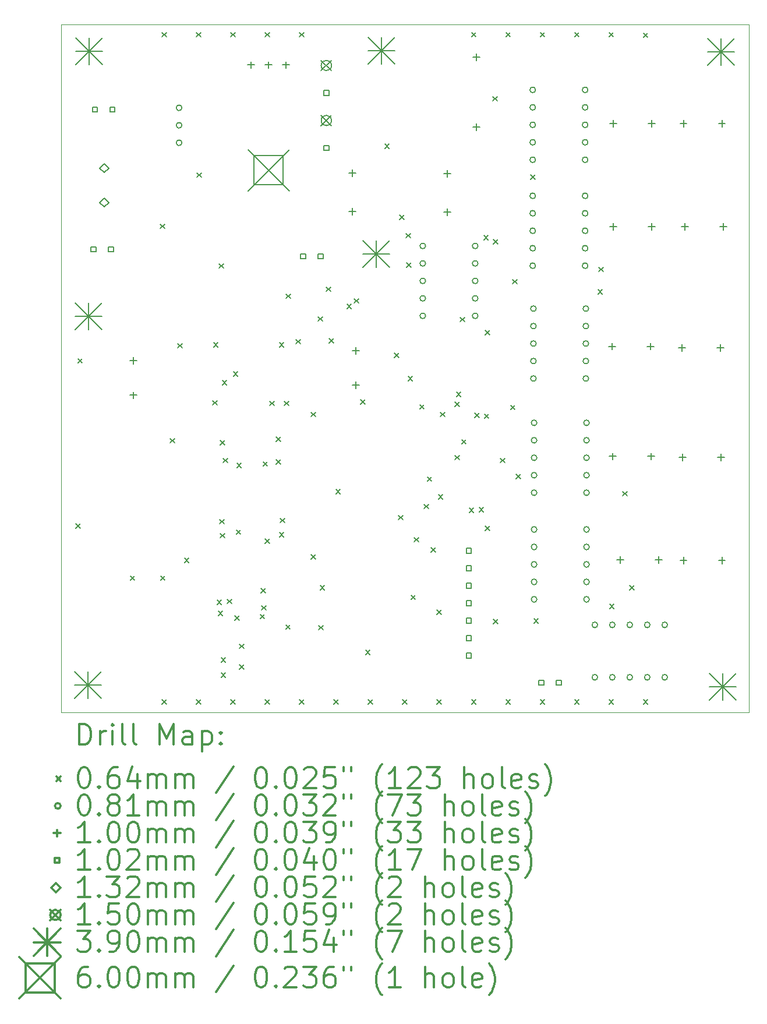
<source format=gbr>
%FSLAX45Y45*%
G04 Gerber Fmt 4.5, Leading zero omitted, Abs format (unit mm)*
G04 Created by KiCad (PCBNEW (2014-10-27 BZR 5228)-product) date 14/05/2015 10:32:46*
%MOMM*%
G01*
G04 APERTURE LIST*
%ADD10C,0.127000*%
%ADD11C,0.100000*%
%ADD12C,0.200000*%
%ADD13C,0.300000*%
G04 APERTURE END LIST*
D10*
D11*
X20000000Y-5000000D02*
X10000000Y-5000000D01*
X20000000Y-15000000D02*
X20000000Y-5000000D01*
X10000000Y-15000000D02*
X20000000Y-15000000D01*
X10000000Y-5000000D02*
X10000000Y-15000000D01*
D12*
X10218250Y-12258250D02*
X10281750Y-12321750D01*
X10281750Y-12258250D02*
X10218250Y-12321750D01*
X10248250Y-9858250D02*
X10311750Y-9921750D01*
X10311750Y-9858250D02*
X10248250Y-9921750D01*
X11008250Y-13018250D02*
X11071750Y-13081750D01*
X11071750Y-13018250D02*
X11008250Y-13081750D01*
X11443970Y-7904480D02*
X11507470Y-7967980D01*
X11507470Y-7904480D02*
X11443970Y-7967980D01*
X11448250Y-13018250D02*
X11511750Y-13081750D01*
X11511750Y-13018250D02*
X11448250Y-13081750D01*
X11468250Y-5118250D02*
X11531750Y-5181750D01*
X11531750Y-5118250D02*
X11468250Y-5181750D01*
X11468250Y-14818250D02*
X11531750Y-14881750D01*
X11531750Y-14818250D02*
X11468250Y-14881750D01*
X11588250Y-11018250D02*
X11651750Y-11081750D01*
X11651750Y-11018250D02*
X11588250Y-11081750D01*
X11698250Y-9638250D02*
X11761750Y-9701750D01*
X11761750Y-9638250D02*
X11698250Y-9701750D01*
X11798250Y-12758250D02*
X11861750Y-12821750D01*
X11861750Y-12758250D02*
X11798250Y-12821750D01*
X11968250Y-5118250D02*
X12031750Y-5181750D01*
X12031750Y-5118250D02*
X11968250Y-5181750D01*
X11968250Y-14818250D02*
X12031750Y-14881750D01*
X12031750Y-14818250D02*
X11968250Y-14881750D01*
X11978250Y-7158250D02*
X12041750Y-7221750D01*
X12041750Y-7158250D02*
X11978250Y-7221750D01*
X12208250Y-10468250D02*
X12271750Y-10531750D01*
X12271750Y-10468250D02*
X12208250Y-10531750D01*
X12218250Y-9628250D02*
X12281750Y-9691750D01*
X12281750Y-9628250D02*
X12218250Y-9691750D01*
X12268250Y-13368250D02*
X12331750Y-13431750D01*
X12331750Y-13368250D02*
X12268250Y-13431750D01*
X12288250Y-13528250D02*
X12351750Y-13591750D01*
X12351750Y-13528250D02*
X12288250Y-13591750D01*
X12298250Y-8478250D02*
X12361750Y-8541750D01*
X12361750Y-8478250D02*
X12298250Y-8541750D01*
X12308250Y-12198250D02*
X12371750Y-12261750D01*
X12371750Y-12198250D02*
X12308250Y-12261750D01*
X12318250Y-11048250D02*
X12381750Y-11111750D01*
X12381750Y-11048250D02*
X12318250Y-11111750D01*
X12318250Y-12398250D02*
X12381750Y-12461750D01*
X12381750Y-12398250D02*
X12318250Y-12461750D01*
X12328250Y-14208250D02*
X12391750Y-14271750D01*
X12391750Y-14208250D02*
X12328250Y-14271750D01*
X12328250Y-14428250D02*
X12391750Y-14491750D01*
X12391750Y-14428250D02*
X12328250Y-14491750D01*
X12348250Y-10178250D02*
X12411750Y-10241750D01*
X12411750Y-10178250D02*
X12348250Y-10241750D01*
X12358250Y-11308250D02*
X12421750Y-11371750D01*
X12421750Y-11308250D02*
X12358250Y-11371750D01*
X12418250Y-13358250D02*
X12481750Y-13421750D01*
X12481750Y-13358250D02*
X12418250Y-13421750D01*
X12468250Y-5118250D02*
X12531750Y-5181750D01*
X12531750Y-5118250D02*
X12468250Y-5181750D01*
X12468250Y-14818250D02*
X12531750Y-14881750D01*
X12531750Y-14818250D02*
X12468250Y-14881750D01*
X12508250Y-10048250D02*
X12571750Y-10111750D01*
X12571750Y-10048250D02*
X12508250Y-10111750D01*
X12528250Y-13598250D02*
X12591750Y-13661750D01*
X12591750Y-13598250D02*
X12528250Y-13661750D01*
X12548250Y-12348250D02*
X12611750Y-12411750D01*
X12611750Y-12348250D02*
X12548250Y-12411750D01*
X12558250Y-11378250D02*
X12621750Y-11441750D01*
X12621750Y-11378250D02*
X12558250Y-11441750D01*
X12598250Y-14008250D02*
X12661750Y-14071750D01*
X12661750Y-14008250D02*
X12598250Y-14071750D01*
X12598250Y-14308250D02*
X12661750Y-14371750D01*
X12661750Y-14308250D02*
X12598250Y-14371750D01*
X12898250Y-13578250D02*
X12961750Y-13641750D01*
X12961750Y-13578250D02*
X12898250Y-13641750D01*
X12908250Y-13198250D02*
X12971750Y-13261750D01*
X12971750Y-13198250D02*
X12908250Y-13261750D01*
X12918250Y-13448250D02*
X12981750Y-13511750D01*
X12981750Y-13448250D02*
X12918250Y-13511750D01*
X12938250Y-11358250D02*
X13001750Y-11421750D01*
X13001750Y-11358250D02*
X12938250Y-11421750D01*
X12968250Y-5118250D02*
X13031750Y-5181750D01*
X13031750Y-5118250D02*
X12968250Y-5181750D01*
X12968250Y-12478250D02*
X13031750Y-12541750D01*
X13031750Y-12478250D02*
X12968250Y-12541750D01*
X12968250Y-14818250D02*
X13031750Y-14881750D01*
X13031750Y-14818250D02*
X12968250Y-14881750D01*
X13038250Y-10478250D02*
X13101750Y-10541750D01*
X13101750Y-10478250D02*
X13038250Y-10541750D01*
X13128250Y-10998250D02*
X13191750Y-11061750D01*
X13191750Y-10998250D02*
X13128250Y-11061750D01*
X13128250Y-11328250D02*
X13191750Y-11391750D01*
X13191750Y-11328250D02*
X13128250Y-11391750D01*
X13178250Y-9628250D02*
X13241750Y-9691750D01*
X13241750Y-9628250D02*
X13178250Y-9691750D01*
X13178250Y-12388250D02*
X13241750Y-12451750D01*
X13241750Y-12388250D02*
X13178250Y-12451750D01*
X13188250Y-12178250D02*
X13251750Y-12241750D01*
X13251750Y-12178250D02*
X13188250Y-12241750D01*
X13248250Y-10478250D02*
X13311750Y-10541750D01*
X13311750Y-10478250D02*
X13248250Y-10541750D01*
X13268250Y-13728250D02*
X13331750Y-13791750D01*
X13331750Y-13728250D02*
X13268250Y-13791750D01*
X13273250Y-8918250D02*
X13336750Y-8981750D01*
X13336750Y-8918250D02*
X13273250Y-8981750D01*
X13418250Y-9578250D02*
X13481750Y-9641750D01*
X13481750Y-9578250D02*
X13418250Y-9641750D01*
X13468250Y-5118250D02*
X13531750Y-5181750D01*
X13531750Y-5118250D02*
X13468250Y-5181750D01*
X13468250Y-14818250D02*
X13531750Y-14881750D01*
X13531750Y-14818250D02*
X13468250Y-14881750D01*
X13638250Y-10638250D02*
X13701750Y-10701750D01*
X13701750Y-10638250D02*
X13638250Y-10701750D01*
X13638250Y-12708250D02*
X13701750Y-12771750D01*
X13701750Y-12708250D02*
X13638250Y-12771750D01*
X13738250Y-9248250D02*
X13801750Y-9311750D01*
X13801750Y-9248250D02*
X13738250Y-9311750D01*
X13748250Y-13738250D02*
X13811750Y-13801750D01*
X13811750Y-13738250D02*
X13748250Y-13801750D01*
X13768250Y-13158250D02*
X13831750Y-13221750D01*
X13831750Y-13158250D02*
X13768250Y-13221750D01*
X13858250Y-8818250D02*
X13921750Y-8881750D01*
X13921750Y-8818250D02*
X13858250Y-8881750D01*
X13898250Y-9568250D02*
X13961750Y-9631750D01*
X13961750Y-9568250D02*
X13898250Y-9631750D01*
X13968250Y-14818250D02*
X14031750Y-14881750D01*
X14031750Y-14818250D02*
X13968250Y-14881750D01*
X13998250Y-11758250D02*
X14061750Y-11821750D01*
X14061750Y-11758250D02*
X13998250Y-11821750D01*
X14158250Y-9068250D02*
X14221750Y-9131750D01*
X14221750Y-9068250D02*
X14158250Y-9131750D01*
X14263250Y-8988250D02*
X14326750Y-9051750D01*
X14326750Y-8988250D02*
X14263250Y-9051750D01*
X14358250Y-10458250D02*
X14421750Y-10521750D01*
X14421750Y-10458250D02*
X14358250Y-10521750D01*
X14428250Y-14098250D02*
X14491750Y-14161750D01*
X14491750Y-14098250D02*
X14428250Y-14161750D01*
X14468250Y-14818250D02*
X14531750Y-14881750D01*
X14531750Y-14818250D02*
X14468250Y-14881750D01*
X14708250Y-6738250D02*
X14771750Y-6801750D01*
X14771750Y-6738250D02*
X14708250Y-6801750D01*
X14848250Y-9778250D02*
X14911750Y-9841750D01*
X14911750Y-9778250D02*
X14848250Y-9841750D01*
X14908250Y-12138250D02*
X14971750Y-12201750D01*
X14971750Y-12138250D02*
X14908250Y-12201750D01*
X14923250Y-7773250D02*
X14986750Y-7836750D01*
X14986750Y-7773250D02*
X14923250Y-7836750D01*
X14968250Y-14818250D02*
X15031750Y-14881750D01*
X15031750Y-14818250D02*
X14968250Y-14881750D01*
X15018250Y-8038250D02*
X15081750Y-8101750D01*
X15081750Y-8038250D02*
X15018250Y-8101750D01*
X15028250Y-8468250D02*
X15091750Y-8531750D01*
X15091750Y-8468250D02*
X15028250Y-8531750D01*
X15048250Y-10118250D02*
X15111750Y-10181750D01*
X15111750Y-10118250D02*
X15048250Y-10181750D01*
X15088250Y-13298250D02*
X15151750Y-13361750D01*
X15151750Y-13298250D02*
X15088250Y-13361750D01*
X15138250Y-12458250D02*
X15201750Y-12521750D01*
X15201750Y-12458250D02*
X15138250Y-12521750D01*
X15218250Y-10528250D02*
X15281750Y-10591750D01*
X15281750Y-10528250D02*
X15218250Y-10591750D01*
X15278250Y-11978250D02*
X15341750Y-12041750D01*
X15341750Y-11978250D02*
X15278250Y-12041750D01*
X15328250Y-11578250D02*
X15391750Y-11641750D01*
X15391750Y-11578250D02*
X15328250Y-11641750D01*
X15383250Y-12608250D02*
X15446750Y-12671750D01*
X15446750Y-12608250D02*
X15383250Y-12671750D01*
X15468250Y-13513250D02*
X15531750Y-13576750D01*
X15531750Y-13513250D02*
X15468250Y-13576750D01*
X15468250Y-14818250D02*
X15531750Y-14881750D01*
X15531750Y-14818250D02*
X15468250Y-14881750D01*
X15488250Y-11838250D02*
X15551750Y-11901750D01*
X15551750Y-11838250D02*
X15488250Y-11901750D01*
X15518250Y-10638250D02*
X15581750Y-10701750D01*
X15581750Y-10638250D02*
X15518250Y-10701750D01*
X15728250Y-10488250D02*
X15791750Y-10551750D01*
X15791750Y-10488250D02*
X15728250Y-10551750D01*
X15728250Y-11263250D02*
X15791750Y-11326750D01*
X15791750Y-11263250D02*
X15728250Y-11326750D01*
X15748250Y-10348250D02*
X15811750Y-10411750D01*
X15811750Y-10348250D02*
X15748250Y-10411750D01*
X15803250Y-9258250D02*
X15866750Y-9321750D01*
X15866750Y-9258250D02*
X15803250Y-9321750D01*
X15828250Y-11038250D02*
X15891750Y-11101750D01*
X15891750Y-11038250D02*
X15828250Y-11101750D01*
X15938250Y-12033250D02*
X16001750Y-12096750D01*
X16001750Y-12033250D02*
X15938250Y-12096750D01*
X15968250Y-5118250D02*
X16031750Y-5181750D01*
X16031750Y-5118250D02*
X15968250Y-5181750D01*
X15968250Y-14818250D02*
X16031750Y-14881750D01*
X16031750Y-14818250D02*
X15968250Y-14881750D01*
X16018250Y-10653250D02*
X16081750Y-10716750D01*
X16081750Y-10653250D02*
X16018250Y-10716750D01*
X16078250Y-12023250D02*
X16141750Y-12086750D01*
X16141750Y-12023250D02*
X16078250Y-12086750D01*
X16148250Y-8068250D02*
X16211750Y-8131750D01*
X16211750Y-8068250D02*
X16148250Y-8131750D01*
X16158250Y-10663250D02*
X16221750Y-10726750D01*
X16221750Y-10663250D02*
X16158250Y-10726750D01*
X16168250Y-9448250D02*
X16231750Y-9511750D01*
X16231750Y-9448250D02*
X16168250Y-9511750D01*
X16168250Y-12293250D02*
X16231750Y-12356750D01*
X16231750Y-12293250D02*
X16168250Y-12356750D01*
X16278250Y-6048250D02*
X16341750Y-6111750D01*
X16341750Y-6048250D02*
X16278250Y-6111750D01*
X16288250Y-8128250D02*
X16351750Y-8191750D01*
X16351750Y-8128250D02*
X16288250Y-8191750D01*
X16288250Y-13648250D02*
X16351750Y-13711750D01*
X16351750Y-13648250D02*
X16288250Y-13711750D01*
X16388250Y-11308250D02*
X16451750Y-11371750D01*
X16451750Y-11308250D02*
X16388250Y-11371750D01*
X16468250Y-5118250D02*
X16531750Y-5181750D01*
X16531750Y-5118250D02*
X16468250Y-5181750D01*
X16468250Y-14818250D02*
X16531750Y-14881750D01*
X16531750Y-14818250D02*
X16468250Y-14881750D01*
X16538250Y-10538250D02*
X16601750Y-10601750D01*
X16601750Y-10538250D02*
X16538250Y-10601750D01*
X16568250Y-8708250D02*
X16631750Y-8771750D01*
X16631750Y-8708250D02*
X16568250Y-8771750D01*
X16618250Y-11538250D02*
X16681750Y-11601750D01*
X16681750Y-11538250D02*
X16618250Y-11601750D01*
X16828250Y-7188250D02*
X16891750Y-7251750D01*
X16891750Y-7188250D02*
X16828250Y-7251750D01*
X16878250Y-13638250D02*
X16941750Y-13701750D01*
X16941750Y-13638250D02*
X16878250Y-13701750D01*
X16968250Y-5118250D02*
X17031750Y-5181750D01*
X17031750Y-5118250D02*
X16968250Y-5181750D01*
X16968250Y-14818250D02*
X17031750Y-14881750D01*
X17031750Y-14818250D02*
X16968250Y-14881750D01*
X17468250Y-5118250D02*
X17531750Y-5181750D01*
X17531750Y-5118250D02*
X17468250Y-5181750D01*
X17468250Y-14818250D02*
X17531750Y-14881750D01*
X17531750Y-14818250D02*
X17468250Y-14881750D01*
X17808250Y-8858250D02*
X17871750Y-8921750D01*
X17871750Y-8858250D02*
X17808250Y-8921750D01*
X17818250Y-8528250D02*
X17881750Y-8591750D01*
X17881750Y-8528250D02*
X17818250Y-8591750D01*
X17968250Y-5118250D02*
X18031750Y-5181750D01*
X18031750Y-5118250D02*
X17968250Y-5181750D01*
X17968250Y-14818250D02*
X18031750Y-14881750D01*
X18031750Y-14818250D02*
X17968250Y-14881750D01*
X17978250Y-13428250D02*
X18041750Y-13491750D01*
X18041750Y-13428250D02*
X17978250Y-13491750D01*
X18168250Y-11788250D02*
X18231750Y-11851750D01*
X18231750Y-11788250D02*
X18168250Y-11851750D01*
X18268250Y-13158250D02*
X18331750Y-13221750D01*
X18331750Y-13158250D02*
X18268250Y-13221750D01*
X18468250Y-5128250D02*
X18531750Y-5191750D01*
X18531750Y-5128250D02*
X18468250Y-5191750D01*
X18468250Y-14818250D02*
X18531750Y-14881750D01*
X18531750Y-14818250D02*
X18468250Y-14881750D01*
X11757660Y-6212840D02*
G75*
G03X11757660Y-6212840I-40640J0D01*
G01*
X11757660Y-6466840D02*
G75*
G03X11757660Y-6466840I-40640J0D01*
G01*
X11757660Y-6720840D02*
G75*
G03X11757660Y-6720840I-40640J0D01*
G01*
X15300960Y-8220710D02*
G75*
G03X15300960Y-8220710I-40640J0D01*
G01*
X15300960Y-8474710D02*
G75*
G03X15300960Y-8474710I-40640J0D01*
G01*
X15300960Y-8728710D02*
G75*
G03X15300960Y-8728710I-40640J0D01*
G01*
X15300960Y-8982710D02*
G75*
G03X15300960Y-8982710I-40640J0D01*
G01*
X15300960Y-9236710D02*
G75*
G03X15300960Y-9236710I-40640J0D01*
G01*
X16062960Y-8220710D02*
G75*
G03X16062960Y-8220710I-40640J0D01*
G01*
X16062960Y-8474710D02*
G75*
G03X16062960Y-8474710I-40640J0D01*
G01*
X16062960Y-8728710D02*
G75*
G03X16062960Y-8728710I-40640J0D01*
G01*
X16062960Y-8982710D02*
G75*
G03X16062960Y-8982710I-40640J0D01*
G01*
X16062960Y-9236710D02*
G75*
G03X16062960Y-9236710I-40640J0D01*
G01*
X16899640Y-5952000D02*
G75*
G03X16899640Y-5952000I-40640J0D01*
G01*
X16899640Y-6206000D02*
G75*
G03X16899640Y-6206000I-40640J0D01*
G01*
X16899640Y-6460000D02*
G75*
G03X16899640Y-6460000I-40640J0D01*
G01*
X16899640Y-6714000D02*
G75*
G03X16899640Y-6714000I-40640J0D01*
G01*
X16899640Y-6968000D02*
G75*
G03X16899640Y-6968000I-40640J0D01*
G01*
X16899640Y-7492000D02*
G75*
G03X16899640Y-7492000I-40640J0D01*
G01*
X16899640Y-7746000D02*
G75*
G03X16899640Y-7746000I-40640J0D01*
G01*
X16899640Y-8000000D02*
G75*
G03X16899640Y-8000000I-40640J0D01*
G01*
X16899640Y-8254000D02*
G75*
G03X16899640Y-8254000I-40640J0D01*
G01*
X16899640Y-8508000D02*
G75*
G03X16899640Y-8508000I-40640J0D01*
G01*
X16909640Y-9132000D02*
G75*
G03X16909640Y-9132000I-40640J0D01*
G01*
X16909640Y-9386000D02*
G75*
G03X16909640Y-9386000I-40640J0D01*
G01*
X16909640Y-9640000D02*
G75*
G03X16909640Y-9640000I-40640J0D01*
G01*
X16909640Y-9894000D02*
G75*
G03X16909640Y-9894000I-40640J0D01*
G01*
X16909640Y-10148000D02*
G75*
G03X16909640Y-10148000I-40640J0D01*
G01*
X16919640Y-10792000D02*
G75*
G03X16919640Y-10792000I-40640J0D01*
G01*
X16919640Y-11046000D02*
G75*
G03X16919640Y-11046000I-40640J0D01*
G01*
X16919640Y-11300000D02*
G75*
G03X16919640Y-11300000I-40640J0D01*
G01*
X16919640Y-11554000D02*
G75*
G03X16919640Y-11554000I-40640J0D01*
G01*
X16919640Y-11808000D02*
G75*
G03X16919640Y-11808000I-40640J0D01*
G01*
X16919640Y-12342000D02*
G75*
G03X16919640Y-12342000I-40640J0D01*
G01*
X16919640Y-12596000D02*
G75*
G03X16919640Y-12596000I-40640J0D01*
G01*
X16919640Y-12850000D02*
G75*
G03X16919640Y-12850000I-40640J0D01*
G01*
X16919640Y-13104000D02*
G75*
G03X16919640Y-13104000I-40640J0D01*
G01*
X16919640Y-13358000D02*
G75*
G03X16919640Y-13358000I-40640J0D01*
G01*
X17661640Y-5952000D02*
G75*
G03X17661640Y-5952000I-40640J0D01*
G01*
X17661640Y-6206000D02*
G75*
G03X17661640Y-6206000I-40640J0D01*
G01*
X17661640Y-6460000D02*
G75*
G03X17661640Y-6460000I-40640J0D01*
G01*
X17661640Y-6714000D02*
G75*
G03X17661640Y-6714000I-40640J0D01*
G01*
X17661640Y-6968000D02*
G75*
G03X17661640Y-6968000I-40640J0D01*
G01*
X17661640Y-7492000D02*
G75*
G03X17661640Y-7492000I-40640J0D01*
G01*
X17661640Y-7746000D02*
G75*
G03X17661640Y-7746000I-40640J0D01*
G01*
X17661640Y-8000000D02*
G75*
G03X17661640Y-8000000I-40640J0D01*
G01*
X17661640Y-8254000D02*
G75*
G03X17661640Y-8254000I-40640J0D01*
G01*
X17661640Y-8508000D02*
G75*
G03X17661640Y-8508000I-40640J0D01*
G01*
X17671640Y-9132000D02*
G75*
G03X17671640Y-9132000I-40640J0D01*
G01*
X17671640Y-9386000D02*
G75*
G03X17671640Y-9386000I-40640J0D01*
G01*
X17671640Y-9640000D02*
G75*
G03X17671640Y-9640000I-40640J0D01*
G01*
X17671640Y-9894000D02*
G75*
G03X17671640Y-9894000I-40640J0D01*
G01*
X17671640Y-10148000D02*
G75*
G03X17671640Y-10148000I-40640J0D01*
G01*
X17681640Y-10792000D02*
G75*
G03X17681640Y-10792000I-40640J0D01*
G01*
X17681640Y-11046000D02*
G75*
G03X17681640Y-11046000I-40640J0D01*
G01*
X17681640Y-11300000D02*
G75*
G03X17681640Y-11300000I-40640J0D01*
G01*
X17681640Y-11554000D02*
G75*
G03X17681640Y-11554000I-40640J0D01*
G01*
X17681640Y-11808000D02*
G75*
G03X17681640Y-11808000I-40640J0D01*
G01*
X17681640Y-12342000D02*
G75*
G03X17681640Y-12342000I-40640J0D01*
G01*
X17681640Y-12596000D02*
G75*
G03X17681640Y-12596000I-40640J0D01*
G01*
X17681640Y-12850000D02*
G75*
G03X17681640Y-12850000I-40640J0D01*
G01*
X17681640Y-13104000D02*
G75*
G03X17681640Y-13104000I-40640J0D01*
G01*
X17681640Y-13358000D02*
G75*
G03X17681640Y-13358000I-40640J0D01*
G01*
X17802640Y-13729000D02*
G75*
G03X17802640Y-13729000I-40640J0D01*
G01*
X17802640Y-14491000D02*
G75*
G03X17802640Y-14491000I-40640J0D01*
G01*
X18056640Y-13729000D02*
G75*
G03X18056640Y-13729000I-40640J0D01*
G01*
X18056640Y-14491000D02*
G75*
G03X18056640Y-14491000I-40640J0D01*
G01*
X18310640Y-13729000D02*
G75*
G03X18310640Y-13729000I-40640J0D01*
G01*
X18310640Y-14491000D02*
G75*
G03X18310640Y-14491000I-40640J0D01*
G01*
X18564640Y-13729000D02*
G75*
G03X18564640Y-13729000I-40640J0D01*
G01*
X18564640Y-14491000D02*
G75*
G03X18564640Y-14491000I-40640J0D01*
G01*
X18818640Y-13729000D02*
G75*
G03X18818640Y-13729000I-40640J0D01*
G01*
X18818640Y-14491000D02*
G75*
G03X18818640Y-14491000I-40640J0D01*
G01*
X11050000Y-9840026D02*
X11050000Y-9940102D01*
X10999962Y-9890064D02*
X11100038Y-9890064D01*
X11050000Y-10340152D02*
X11050000Y-10440228D01*
X10999962Y-10390190D02*
X11100038Y-10390190D01*
X12766000Y-5539962D02*
X12766000Y-5640038D01*
X12715962Y-5590000D02*
X12816038Y-5590000D01*
X13020000Y-5539962D02*
X13020000Y-5640038D01*
X12969962Y-5590000D02*
X13070038Y-5590000D01*
X13274000Y-5539962D02*
X13274000Y-5640038D01*
X13223962Y-5590000D02*
X13324038Y-5590000D01*
X14239240Y-7114032D02*
X14239240Y-7214108D01*
X14189202Y-7164070D02*
X14289278Y-7164070D01*
X14239240Y-7672832D02*
X14239240Y-7772908D01*
X14189202Y-7722870D02*
X14289278Y-7722870D01*
X14290000Y-9689772D02*
X14290000Y-9789848D01*
X14239962Y-9739810D02*
X14340038Y-9739810D01*
X14290000Y-10189898D02*
X14290000Y-10289974D01*
X14239962Y-10239936D02*
X14340038Y-10239936D01*
X15619730Y-7120382D02*
X15619730Y-7220458D01*
X15569692Y-7170420D02*
X15669768Y-7170420D01*
X15619730Y-7679182D02*
X15619730Y-7779258D01*
X15569692Y-7729220D02*
X15669768Y-7729220D01*
X16037560Y-5425948D02*
X16037560Y-5526024D01*
X15987522Y-5475986D02*
X16087598Y-5475986D01*
X16037560Y-6441948D02*
X16037560Y-6542024D01*
X15987522Y-6491986D02*
X16087598Y-6491986D01*
X18010400Y-9629562D02*
X18010400Y-9729638D01*
X17960362Y-9679600D02*
X18060438Y-9679600D01*
X18020400Y-11229562D02*
X18020400Y-11329638D01*
X17970362Y-11279600D02*
X18070438Y-11279600D01*
X18030400Y-6389562D02*
X18030400Y-6489638D01*
X17980362Y-6439600D02*
X18080438Y-6439600D01*
X18030400Y-7889562D02*
X18030400Y-7989638D01*
X17980362Y-7939600D02*
X18080438Y-7939600D01*
X18130800Y-12730362D02*
X18130800Y-12830438D01*
X18080762Y-12780400D02*
X18180838Y-12780400D01*
X18569200Y-9629562D02*
X18569200Y-9729638D01*
X18519162Y-9679600D02*
X18619238Y-9679600D01*
X18579200Y-11229562D02*
X18579200Y-11329638D01*
X18529162Y-11279600D02*
X18629238Y-11279600D01*
X18589200Y-6389562D02*
X18589200Y-6489638D01*
X18539162Y-6439600D02*
X18639238Y-6439600D01*
X18589200Y-7889562D02*
X18589200Y-7989638D01*
X18539162Y-7939600D02*
X18639238Y-7939600D01*
X18689600Y-12730362D02*
X18689600Y-12830438D01*
X18639562Y-12780400D02*
X18739638Y-12780400D01*
X19030400Y-9649562D02*
X19030400Y-9749638D01*
X18980362Y-9699600D02*
X19080438Y-9699600D01*
X19040400Y-11239562D02*
X19040400Y-11339638D01*
X18990362Y-11289600D02*
X19090438Y-11289600D01*
X19050400Y-6389562D02*
X19050400Y-6489638D01*
X19000362Y-6439600D02*
X19100438Y-6439600D01*
X19050400Y-12739562D02*
X19050400Y-12839638D01*
X19000362Y-12789600D02*
X19100438Y-12789600D01*
X19070400Y-7889562D02*
X19070400Y-7989638D01*
X19020362Y-7939600D02*
X19120438Y-7939600D01*
X19589200Y-9649562D02*
X19589200Y-9749638D01*
X19539162Y-9699600D02*
X19639238Y-9699600D01*
X19599200Y-11239562D02*
X19599200Y-11339638D01*
X19549162Y-11289600D02*
X19649238Y-11289600D01*
X19609200Y-6389562D02*
X19609200Y-6489638D01*
X19559162Y-6439600D02*
X19659238Y-6439600D01*
X19609200Y-12739562D02*
X19609200Y-12839638D01*
X19559162Y-12789600D02*
X19659238Y-12789600D01*
X19629200Y-7889562D02*
X19629200Y-7989638D01*
X19579162Y-7939600D02*
X19679238Y-7939600D01*
X10508921Y-8305921D02*
X10508921Y-8234079D01*
X10437079Y-8234079D01*
X10437079Y-8305921D01*
X10508921Y-8305921D01*
X10528921Y-6275921D02*
X10528921Y-6204079D01*
X10457079Y-6204079D01*
X10457079Y-6275921D01*
X10528921Y-6275921D01*
X10762921Y-8305921D02*
X10762921Y-8234079D01*
X10691079Y-8234079D01*
X10691079Y-8305921D01*
X10762921Y-8305921D01*
X10782921Y-6275921D02*
X10782921Y-6204079D01*
X10711079Y-6204079D01*
X10711079Y-6275921D01*
X10782921Y-6275921D01*
X13558921Y-8405921D02*
X13558921Y-8334079D01*
X13487079Y-8334079D01*
X13487079Y-8405921D01*
X13558921Y-8405921D01*
X13812921Y-8405921D02*
X13812921Y-8334079D01*
X13741079Y-8334079D01*
X13741079Y-8405921D01*
X13812921Y-8405921D01*
X13894161Y-6033521D02*
X13894161Y-5961679D01*
X13822319Y-5961679D01*
X13822319Y-6033521D01*
X13894161Y-6033521D01*
X13894161Y-6833521D02*
X13894161Y-6761679D01*
X13822319Y-6761679D01*
X13822319Y-6833521D01*
X13894161Y-6833521D01*
X15965921Y-12685921D02*
X15965921Y-12614079D01*
X15894079Y-12614079D01*
X15894079Y-12685921D01*
X15965921Y-12685921D01*
X15965921Y-12939921D02*
X15965921Y-12868079D01*
X15894079Y-12868079D01*
X15894079Y-12939921D01*
X15965921Y-12939921D01*
X15965921Y-13193921D02*
X15965921Y-13122079D01*
X15894079Y-13122079D01*
X15894079Y-13193921D01*
X15965921Y-13193921D01*
X15965921Y-13447921D02*
X15965921Y-13376079D01*
X15894079Y-13376079D01*
X15894079Y-13447921D01*
X15965921Y-13447921D01*
X15965921Y-13701921D02*
X15965921Y-13630079D01*
X15894079Y-13630079D01*
X15894079Y-13701921D01*
X15965921Y-13701921D01*
X15965921Y-13955921D02*
X15965921Y-13884079D01*
X15894079Y-13884079D01*
X15894079Y-13955921D01*
X15965921Y-13955921D01*
X15965921Y-14209921D02*
X15965921Y-14138079D01*
X15894079Y-14138079D01*
X15894079Y-14209921D01*
X15965921Y-14209921D01*
X17018921Y-14605921D02*
X17018921Y-14534079D01*
X16947079Y-14534079D01*
X16947079Y-14605921D01*
X17018921Y-14605921D01*
X17272921Y-14605921D02*
X17272921Y-14534079D01*
X17201079Y-14534079D01*
X17201079Y-14605921D01*
X17272921Y-14605921D01*
X10630000Y-7156040D02*
X10696040Y-7090000D01*
X10630000Y-7023960D01*
X10563960Y-7090000D01*
X10630000Y-7156040D01*
X10630000Y-7656040D02*
X10696040Y-7590000D01*
X10630000Y-7523960D01*
X10563960Y-7590000D01*
X10630000Y-7656040D01*
X13783240Y-5522600D02*
X13933240Y-5672600D01*
X13933240Y-5522600D02*
X13783240Y-5672600D01*
X13933240Y-5597600D02*
G75*
G03X13933240Y-5597600I-75000J0D01*
G01*
X13783240Y-6322600D02*
X13933240Y-6472600D01*
X13933240Y-6322600D02*
X13783240Y-6472600D01*
X13933240Y-6397600D02*
G75*
G03X13933240Y-6397600I-75000J0D01*
G01*
X10200000Y-14410000D02*
X10590000Y-14800000D01*
X10590000Y-14410000D02*
X10200000Y-14800000D01*
X10395000Y-14410000D02*
X10395000Y-14800000D01*
X10200000Y-14605000D02*
X10590000Y-14605000D01*
X10205000Y-9045000D02*
X10595000Y-9435000D01*
X10595000Y-9045000D02*
X10205000Y-9435000D01*
X10400000Y-9045000D02*
X10400000Y-9435000D01*
X10205000Y-9240000D02*
X10595000Y-9240000D01*
X10215000Y-5195000D02*
X10605000Y-5585000D01*
X10605000Y-5195000D02*
X10215000Y-5585000D01*
X10410000Y-5195000D02*
X10410000Y-5585000D01*
X10215000Y-5390000D02*
X10605000Y-5390000D01*
X14390000Y-8145000D02*
X14780000Y-8535000D01*
X14780000Y-8145000D02*
X14390000Y-8535000D01*
X14585000Y-8145000D02*
X14585000Y-8535000D01*
X14390000Y-8340000D02*
X14780000Y-8340000D01*
X14465000Y-5185000D02*
X14855000Y-5575000D01*
X14855000Y-5185000D02*
X14465000Y-5575000D01*
X14660000Y-5185000D02*
X14660000Y-5575000D01*
X14465000Y-5380000D02*
X14855000Y-5380000D01*
X19405000Y-5205000D02*
X19795000Y-5595000D01*
X19795000Y-5205000D02*
X19405000Y-5595000D01*
X19600000Y-5205000D02*
X19600000Y-5595000D01*
X19405000Y-5400000D02*
X19795000Y-5400000D01*
X19425000Y-14430000D02*
X19815000Y-14820000D01*
X19815000Y-14430000D02*
X19425000Y-14820000D01*
X19620000Y-14430000D02*
X19620000Y-14820000D01*
X19425000Y-14625000D02*
X19815000Y-14625000D01*
X12720026Y-6820026D02*
X13319974Y-7419974D01*
X13319974Y-6820026D02*
X12720026Y-7419974D01*
X13232116Y-7332116D02*
X13232116Y-6907884D01*
X12807884Y-6907884D01*
X12807884Y-7332116D01*
X13232116Y-7332116D01*
D13*
X10266429Y-15470714D02*
X10266429Y-15170714D01*
X10337857Y-15170714D01*
X10380714Y-15185000D01*
X10409286Y-15213571D01*
X10423571Y-15242143D01*
X10437857Y-15299286D01*
X10437857Y-15342143D01*
X10423571Y-15399286D01*
X10409286Y-15427857D01*
X10380714Y-15456429D01*
X10337857Y-15470714D01*
X10266429Y-15470714D01*
X10566429Y-15470714D02*
X10566429Y-15270714D01*
X10566429Y-15327857D02*
X10580714Y-15299286D01*
X10595000Y-15285000D01*
X10623571Y-15270714D01*
X10652143Y-15270714D01*
X10752143Y-15470714D02*
X10752143Y-15270714D01*
X10752143Y-15170714D02*
X10737857Y-15185000D01*
X10752143Y-15199286D01*
X10766429Y-15185000D01*
X10752143Y-15170714D01*
X10752143Y-15199286D01*
X10937857Y-15470714D02*
X10909286Y-15456429D01*
X10895000Y-15427857D01*
X10895000Y-15170714D01*
X11095000Y-15470714D02*
X11066429Y-15456429D01*
X11052143Y-15427857D01*
X11052143Y-15170714D01*
X11437857Y-15470714D02*
X11437857Y-15170714D01*
X11537857Y-15385000D01*
X11637857Y-15170714D01*
X11637857Y-15470714D01*
X11909286Y-15470714D02*
X11909286Y-15313571D01*
X11895000Y-15285000D01*
X11866428Y-15270714D01*
X11809286Y-15270714D01*
X11780714Y-15285000D01*
X11909286Y-15456429D02*
X11880714Y-15470714D01*
X11809286Y-15470714D01*
X11780714Y-15456429D01*
X11766428Y-15427857D01*
X11766428Y-15399286D01*
X11780714Y-15370714D01*
X11809286Y-15356429D01*
X11880714Y-15356429D01*
X11909286Y-15342143D01*
X12052143Y-15270714D02*
X12052143Y-15570714D01*
X12052143Y-15285000D02*
X12080714Y-15270714D01*
X12137857Y-15270714D01*
X12166428Y-15285000D01*
X12180714Y-15299286D01*
X12195000Y-15327857D01*
X12195000Y-15413571D01*
X12180714Y-15442143D01*
X12166428Y-15456429D01*
X12137857Y-15470714D01*
X12080714Y-15470714D01*
X12052143Y-15456429D01*
X12323571Y-15442143D02*
X12337857Y-15456429D01*
X12323571Y-15470714D01*
X12309286Y-15456429D01*
X12323571Y-15442143D01*
X12323571Y-15470714D01*
X12323571Y-15285000D02*
X12337857Y-15299286D01*
X12323571Y-15313571D01*
X12309286Y-15299286D01*
X12323571Y-15285000D01*
X12323571Y-15313571D01*
X9931500Y-15933250D02*
X9995000Y-15996750D01*
X9995000Y-15933250D02*
X9931500Y-15996750D01*
X10323571Y-15800714D02*
X10352143Y-15800714D01*
X10380714Y-15815000D01*
X10395000Y-15829286D01*
X10409286Y-15857857D01*
X10423571Y-15915000D01*
X10423571Y-15986429D01*
X10409286Y-16043571D01*
X10395000Y-16072143D01*
X10380714Y-16086429D01*
X10352143Y-16100714D01*
X10323571Y-16100714D01*
X10295000Y-16086429D01*
X10280714Y-16072143D01*
X10266429Y-16043571D01*
X10252143Y-15986429D01*
X10252143Y-15915000D01*
X10266429Y-15857857D01*
X10280714Y-15829286D01*
X10295000Y-15815000D01*
X10323571Y-15800714D01*
X10552143Y-16072143D02*
X10566429Y-16086429D01*
X10552143Y-16100714D01*
X10537857Y-16086429D01*
X10552143Y-16072143D01*
X10552143Y-16100714D01*
X10823571Y-15800714D02*
X10766428Y-15800714D01*
X10737857Y-15815000D01*
X10723571Y-15829286D01*
X10695000Y-15872143D01*
X10680714Y-15929286D01*
X10680714Y-16043571D01*
X10695000Y-16072143D01*
X10709286Y-16086429D01*
X10737857Y-16100714D01*
X10795000Y-16100714D01*
X10823571Y-16086429D01*
X10837857Y-16072143D01*
X10852143Y-16043571D01*
X10852143Y-15972143D01*
X10837857Y-15943571D01*
X10823571Y-15929286D01*
X10795000Y-15915000D01*
X10737857Y-15915000D01*
X10709286Y-15929286D01*
X10695000Y-15943571D01*
X10680714Y-15972143D01*
X11109286Y-15900714D02*
X11109286Y-16100714D01*
X11037857Y-15786429D02*
X10966429Y-16000714D01*
X11152143Y-16000714D01*
X11266428Y-16100714D02*
X11266428Y-15900714D01*
X11266428Y-15929286D02*
X11280714Y-15915000D01*
X11309286Y-15900714D01*
X11352143Y-15900714D01*
X11380714Y-15915000D01*
X11395000Y-15943571D01*
X11395000Y-16100714D01*
X11395000Y-15943571D02*
X11409286Y-15915000D01*
X11437857Y-15900714D01*
X11480714Y-15900714D01*
X11509286Y-15915000D01*
X11523571Y-15943571D01*
X11523571Y-16100714D01*
X11666428Y-16100714D02*
X11666428Y-15900714D01*
X11666428Y-15929286D02*
X11680714Y-15915000D01*
X11709286Y-15900714D01*
X11752143Y-15900714D01*
X11780714Y-15915000D01*
X11795000Y-15943571D01*
X11795000Y-16100714D01*
X11795000Y-15943571D02*
X11809286Y-15915000D01*
X11837857Y-15900714D01*
X11880714Y-15900714D01*
X11909286Y-15915000D01*
X11923571Y-15943571D01*
X11923571Y-16100714D01*
X12509286Y-15786429D02*
X12252143Y-16172143D01*
X12895000Y-15800714D02*
X12923571Y-15800714D01*
X12952143Y-15815000D01*
X12966428Y-15829286D01*
X12980714Y-15857857D01*
X12995000Y-15915000D01*
X12995000Y-15986429D01*
X12980714Y-16043571D01*
X12966428Y-16072143D01*
X12952143Y-16086429D01*
X12923571Y-16100714D01*
X12895000Y-16100714D01*
X12866428Y-16086429D01*
X12852143Y-16072143D01*
X12837857Y-16043571D01*
X12823571Y-15986429D01*
X12823571Y-15915000D01*
X12837857Y-15857857D01*
X12852143Y-15829286D01*
X12866428Y-15815000D01*
X12895000Y-15800714D01*
X13123571Y-16072143D02*
X13137857Y-16086429D01*
X13123571Y-16100714D01*
X13109286Y-16086429D01*
X13123571Y-16072143D01*
X13123571Y-16100714D01*
X13323571Y-15800714D02*
X13352143Y-15800714D01*
X13380714Y-15815000D01*
X13395000Y-15829286D01*
X13409285Y-15857857D01*
X13423571Y-15915000D01*
X13423571Y-15986429D01*
X13409285Y-16043571D01*
X13395000Y-16072143D01*
X13380714Y-16086429D01*
X13352143Y-16100714D01*
X13323571Y-16100714D01*
X13295000Y-16086429D01*
X13280714Y-16072143D01*
X13266428Y-16043571D01*
X13252143Y-15986429D01*
X13252143Y-15915000D01*
X13266428Y-15857857D01*
X13280714Y-15829286D01*
X13295000Y-15815000D01*
X13323571Y-15800714D01*
X13537857Y-15829286D02*
X13552143Y-15815000D01*
X13580714Y-15800714D01*
X13652143Y-15800714D01*
X13680714Y-15815000D01*
X13695000Y-15829286D01*
X13709285Y-15857857D01*
X13709285Y-15886429D01*
X13695000Y-15929286D01*
X13523571Y-16100714D01*
X13709285Y-16100714D01*
X13980714Y-15800714D02*
X13837857Y-15800714D01*
X13823571Y-15943571D01*
X13837857Y-15929286D01*
X13866428Y-15915000D01*
X13937857Y-15915000D01*
X13966428Y-15929286D01*
X13980714Y-15943571D01*
X13995000Y-15972143D01*
X13995000Y-16043571D01*
X13980714Y-16072143D01*
X13966428Y-16086429D01*
X13937857Y-16100714D01*
X13866428Y-16100714D01*
X13837857Y-16086429D01*
X13823571Y-16072143D01*
X14109286Y-15800714D02*
X14109286Y-15857857D01*
X14223571Y-15800714D02*
X14223571Y-15857857D01*
X14666428Y-16215000D02*
X14652143Y-16200714D01*
X14623571Y-16157857D01*
X14609285Y-16129286D01*
X14595000Y-16086429D01*
X14580714Y-16015000D01*
X14580714Y-15957857D01*
X14595000Y-15886429D01*
X14609285Y-15843571D01*
X14623571Y-15815000D01*
X14652143Y-15772143D01*
X14666428Y-15757857D01*
X14937857Y-16100714D02*
X14766428Y-16100714D01*
X14852143Y-16100714D02*
X14852143Y-15800714D01*
X14823571Y-15843571D01*
X14795000Y-15872143D01*
X14766428Y-15886429D01*
X15052143Y-15829286D02*
X15066428Y-15815000D01*
X15095000Y-15800714D01*
X15166428Y-15800714D01*
X15195000Y-15815000D01*
X15209285Y-15829286D01*
X15223571Y-15857857D01*
X15223571Y-15886429D01*
X15209285Y-15929286D01*
X15037857Y-16100714D01*
X15223571Y-16100714D01*
X15323571Y-15800714D02*
X15509285Y-15800714D01*
X15409285Y-15915000D01*
X15452143Y-15915000D01*
X15480714Y-15929286D01*
X15495000Y-15943571D01*
X15509285Y-15972143D01*
X15509285Y-16043571D01*
X15495000Y-16072143D01*
X15480714Y-16086429D01*
X15452143Y-16100714D01*
X15366428Y-16100714D01*
X15337857Y-16086429D01*
X15323571Y-16072143D01*
X15866428Y-16100714D02*
X15866428Y-15800714D01*
X15995000Y-16100714D02*
X15995000Y-15943571D01*
X15980714Y-15915000D01*
X15952143Y-15900714D01*
X15909285Y-15900714D01*
X15880714Y-15915000D01*
X15866428Y-15929286D01*
X16180714Y-16100714D02*
X16152143Y-16086429D01*
X16137857Y-16072143D01*
X16123571Y-16043571D01*
X16123571Y-15957857D01*
X16137857Y-15929286D01*
X16152143Y-15915000D01*
X16180714Y-15900714D01*
X16223571Y-15900714D01*
X16252143Y-15915000D01*
X16266428Y-15929286D01*
X16280714Y-15957857D01*
X16280714Y-16043571D01*
X16266428Y-16072143D01*
X16252143Y-16086429D01*
X16223571Y-16100714D01*
X16180714Y-16100714D01*
X16452143Y-16100714D02*
X16423571Y-16086429D01*
X16409286Y-16057857D01*
X16409286Y-15800714D01*
X16680714Y-16086429D02*
X16652143Y-16100714D01*
X16595000Y-16100714D01*
X16566428Y-16086429D01*
X16552143Y-16057857D01*
X16552143Y-15943571D01*
X16566428Y-15915000D01*
X16595000Y-15900714D01*
X16652143Y-15900714D01*
X16680714Y-15915000D01*
X16695000Y-15943571D01*
X16695000Y-15972143D01*
X16552143Y-16000714D01*
X16809286Y-16086429D02*
X16837857Y-16100714D01*
X16895000Y-16100714D01*
X16923571Y-16086429D01*
X16937857Y-16057857D01*
X16937857Y-16043571D01*
X16923571Y-16015000D01*
X16895000Y-16000714D01*
X16852143Y-16000714D01*
X16823571Y-15986429D01*
X16809286Y-15957857D01*
X16809286Y-15943571D01*
X16823571Y-15915000D01*
X16852143Y-15900714D01*
X16895000Y-15900714D01*
X16923571Y-15915000D01*
X17037857Y-16215000D02*
X17052143Y-16200714D01*
X17080714Y-16157857D01*
X17095000Y-16129286D01*
X17109286Y-16086429D01*
X17123571Y-16015000D01*
X17123571Y-15957857D01*
X17109286Y-15886429D01*
X17095000Y-15843571D01*
X17080714Y-15815000D01*
X17052143Y-15772143D01*
X17037857Y-15757857D01*
X9995000Y-16361000D02*
G75*
G03X9995000Y-16361000I-40640J0D01*
G01*
X10323571Y-16196714D02*
X10352143Y-16196714D01*
X10380714Y-16211000D01*
X10395000Y-16225286D01*
X10409286Y-16253857D01*
X10423571Y-16311000D01*
X10423571Y-16382429D01*
X10409286Y-16439571D01*
X10395000Y-16468143D01*
X10380714Y-16482429D01*
X10352143Y-16496714D01*
X10323571Y-16496714D01*
X10295000Y-16482429D01*
X10280714Y-16468143D01*
X10266429Y-16439571D01*
X10252143Y-16382429D01*
X10252143Y-16311000D01*
X10266429Y-16253857D01*
X10280714Y-16225286D01*
X10295000Y-16211000D01*
X10323571Y-16196714D01*
X10552143Y-16468143D02*
X10566429Y-16482429D01*
X10552143Y-16496714D01*
X10537857Y-16482429D01*
X10552143Y-16468143D01*
X10552143Y-16496714D01*
X10737857Y-16325286D02*
X10709286Y-16311000D01*
X10695000Y-16296714D01*
X10680714Y-16268143D01*
X10680714Y-16253857D01*
X10695000Y-16225286D01*
X10709286Y-16211000D01*
X10737857Y-16196714D01*
X10795000Y-16196714D01*
X10823571Y-16211000D01*
X10837857Y-16225286D01*
X10852143Y-16253857D01*
X10852143Y-16268143D01*
X10837857Y-16296714D01*
X10823571Y-16311000D01*
X10795000Y-16325286D01*
X10737857Y-16325286D01*
X10709286Y-16339571D01*
X10695000Y-16353857D01*
X10680714Y-16382429D01*
X10680714Y-16439571D01*
X10695000Y-16468143D01*
X10709286Y-16482429D01*
X10737857Y-16496714D01*
X10795000Y-16496714D01*
X10823571Y-16482429D01*
X10837857Y-16468143D01*
X10852143Y-16439571D01*
X10852143Y-16382429D01*
X10837857Y-16353857D01*
X10823571Y-16339571D01*
X10795000Y-16325286D01*
X11137857Y-16496714D02*
X10966429Y-16496714D01*
X11052143Y-16496714D02*
X11052143Y-16196714D01*
X11023571Y-16239571D01*
X10995000Y-16268143D01*
X10966429Y-16282429D01*
X11266428Y-16496714D02*
X11266428Y-16296714D01*
X11266428Y-16325286D02*
X11280714Y-16311000D01*
X11309286Y-16296714D01*
X11352143Y-16296714D01*
X11380714Y-16311000D01*
X11395000Y-16339571D01*
X11395000Y-16496714D01*
X11395000Y-16339571D02*
X11409286Y-16311000D01*
X11437857Y-16296714D01*
X11480714Y-16296714D01*
X11509286Y-16311000D01*
X11523571Y-16339571D01*
X11523571Y-16496714D01*
X11666428Y-16496714D02*
X11666428Y-16296714D01*
X11666428Y-16325286D02*
X11680714Y-16311000D01*
X11709286Y-16296714D01*
X11752143Y-16296714D01*
X11780714Y-16311000D01*
X11795000Y-16339571D01*
X11795000Y-16496714D01*
X11795000Y-16339571D02*
X11809286Y-16311000D01*
X11837857Y-16296714D01*
X11880714Y-16296714D01*
X11909286Y-16311000D01*
X11923571Y-16339571D01*
X11923571Y-16496714D01*
X12509286Y-16182429D02*
X12252143Y-16568143D01*
X12895000Y-16196714D02*
X12923571Y-16196714D01*
X12952143Y-16211000D01*
X12966428Y-16225286D01*
X12980714Y-16253857D01*
X12995000Y-16311000D01*
X12995000Y-16382429D01*
X12980714Y-16439571D01*
X12966428Y-16468143D01*
X12952143Y-16482429D01*
X12923571Y-16496714D01*
X12895000Y-16496714D01*
X12866428Y-16482429D01*
X12852143Y-16468143D01*
X12837857Y-16439571D01*
X12823571Y-16382429D01*
X12823571Y-16311000D01*
X12837857Y-16253857D01*
X12852143Y-16225286D01*
X12866428Y-16211000D01*
X12895000Y-16196714D01*
X13123571Y-16468143D02*
X13137857Y-16482429D01*
X13123571Y-16496714D01*
X13109286Y-16482429D01*
X13123571Y-16468143D01*
X13123571Y-16496714D01*
X13323571Y-16196714D02*
X13352143Y-16196714D01*
X13380714Y-16211000D01*
X13395000Y-16225286D01*
X13409285Y-16253857D01*
X13423571Y-16311000D01*
X13423571Y-16382429D01*
X13409285Y-16439571D01*
X13395000Y-16468143D01*
X13380714Y-16482429D01*
X13352143Y-16496714D01*
X13323571Y-16496714D01*
X13295000Y-16482429D01*
X13280714Y-16468143D01*
X13266428Y-16439571D01*
X13252143Y-16382429D01*
X13252143Y-16311000D01*
X13266428Y-16253857D01*
X13280714Y-16225286D01*
X13295000Y-16211000D01*
X13323571Y-16196714D01*
X13523571Y-16196714D02*
X13709285Y-16196714D01*
X13609285Y-16311000D01*
X13652143Y-16311000D01*
X13680714Y-16325286D01*
X13695000Y-16339571D01*
X13709285Y-16368143D01*
X13709285Y-16439571D01*
X13695000Y-16468143D01*
X13680714Y-16482429D01*
X13652143Y-16496714D01*
X13566428Y-16496714D01*
X13537857Y-16482429D01*
X13523571Y-16468143D01*
X13823571Y-16225286D02*
X13837857Y-16211000D01*
X13866428Y-16196714D01*
X13937857Y-16196714D01*
X13966428Y-16211000D01*
X13980714Y-16225286D01*
X13995000Y-16253857D01*
X13995000Y-16282429D01*
X13980714Y-16325286D01*
X13809285Y-16496714D01*
X13995000Y-16496714D01*
X14109286Y-16196714D02*
X14109286Y-16253857D01*
X14223571Y-16196714D02*
X14223571Y-16253857D01*
X14666428Y-16611000D02*
X14652143Y-16596714D01*
X14623571Y-16553857D01*
X14609285Y-16525286D01*
X14595000Y-16482429D01*
X14580714Y-16411000D01*
X14580714Y-16353857D01*
X14595000Y-16282429D01*
X14609285Y-16239571D01*
X14623571Y-16211000D01*
X14652143Y-16168143D01*
X14666428Y-16153857D01*
X14752143Y-16196714D02*
X14952143Y-16196714D01*
X14823571Y-16496714D01*
X15037857Y-16196714D02*
X15223571Y-16196714D01*
X15123571Y-16311000D01*
X15166428Y-16311000D01*
X15195000Y-16325286D01*
X15209285Y-16339571D01*
X15223571Y-16368143D01*
X15223571Y-16439571D01*
X15209285Y-16468143D01*
X15195000Y-16482429D01*
X15166428Y-16496714D01*
X15080714Y-16496714D01*
X15052143Y-16482429D01*
X15037857Y-16468143D01*
X15580714Y-16496714D02*
X15580714Y-16196714D01*
X15709285Y-16496714D02*
X15709285Y-16339571D01*
X15695000Y-16311000D01*
X15666428Y-16296714D01*
X15623571Y-16296714D01*
X15595000Y-16311000D01*
X15580714Y-16325286D01*
X15895000Y-16496714D02*
X15866428Y-16482429D01*
X15852143Y-16468143D01*
X15837857Y-16439571D01*
X15837857Y-16353857D01*
X15852143Y-16325286D01*
X15866428Y-16311000D01*
X15895000Y-16296714D01*
X15937857Y-16296714D01*
X15966428Y-16311000D01*
X15980714Y-16325286D01*
X15995000Y-16353857D01*
X15995000Y-16439571D01*
X15980714Y-16468143D01*
X15966428Y-16482429D01*
X15937857Y-16496714D01*
X15895000Y-16496714D01*
X16166428Y-16496714D02*
X16137857Y-16482429D01*
X16123571Y-16453857D01*
X16123571Y-16196714D01*
X16395000Y-16482429D02*
X16366428Y-16496714D01*
X16309286Y-16496714D01*
X16280714Y-16482429D01*
X16266428Y-16453857D01*
X16266428Y-16339571D01*
X16280714Y-16311000D01*
X16309286Y-16296714D01*
X16366428Y-16296714D01*
X16395000Y-16311000D01*
X16409286Y-16339571D01*
X16409286Y-16368143D01*
X16266428Y-16396714D01*
X16523571Y-16482429D02*
X16552143Y-16496714D01*
X16609286Y-16496714D01*
X16637857Y-16482429D01*
X16652143Y-16453857D01*
X16652143Y-16439571D01*
X16637857Y-16411000D01*
X16609286Y-16396714D01*
X16566428Y-16396714D01*
X16537857Y-16382429D01*
X16523571Y-16353857D01*
X16523571Y-16339571D01*
X16537857Y-16311000D01*
X16566428Y-16296714D01*
X16609286Y-16296714D01*
X16637857Y-16311000D01*
X16752143Y-16611000D02*
X16766428Y-16596714D01*
X16795000Y-16553857D01*
X16809286Y-16525286D01*
X16823571Y-16482429D01*
X16837857Y-16411000D01*
X16837857Y-16353857D01*
X16823571Y-16282429D01*
X16809286Y-16239571D01*
X16795000Y-16211000D01*
X16766428Y-16168143D01*
X16752143Y-16153857D01*
X9944962Y-16706962D02*
X9944962Y-16807038D01*
X9894924Y-16757000D02*
X9995000Y-16757000D01*
X10423571Y-16892714D02*
X10252143Y-16892714D01*
X10337857Y-16892714D02*
X10337857Y-16592714D01*
X10309286Y-16635571D01*
X10280714Y-16664143D01*
X10252143Y-16678429D01*
X10552143Y-16864143D02*
X10566429Y-16878429D01*
X10552143Y-16892714D01*
X10537857Y-16878429D01*
X10552143Y-16864143D01*
X10552143Y-16892714D01*
X10752143Y-16592714D02*
X10780714Y-16592714D01*
X10809286Y-16607000D01*
X10823571Y-16621286D01*
X10837857Y-16649857D01*
X10852143Y-16707000D01*
X10852143Y-16778429D01*
X10837857Y-16835572D01*
X10823571Y-16864143D01*
X10809286Y-16878429D01*
X10780714Y-16892714D01*
X10752143Y-16892714D01*
X10723571Y-16878429D01*
X10709286Y-16864143D01*
X10695000Y-16835572D01*
X10680714Y-16778429D01*
X10680714Y-16707000D01*
X10695000Y-16649857D01*
X10709286Y-16621286D01*
X10723571Y-16607000D01*
X10752143Y-16592714D01*
X11037857Y-16592714D02*
X11066429Y-16592714D01*
X11095000Y-16607000D01*
X11109286Y-16621286D01*
X11123571Y-16649857D01*
X11137857Y-16707000D01*
X11137857Y-16778429D01*
X11123571Y-16835572D01*
X11109286Y-16864143D01*
X11095000Y-16878429D01*
X11066429Y-16892714D01*
X11037857Y-16892714D01*
X11009286Y-16878429D01*
X10995000Y-16864143D01*
X10980714Y-16835572D01*
X10966429Y-16778429D01*
X10966429Y-16707000D01*
X10980714Y-16649857D01*
X10995000Y-16621286D01*
X11009286Y-16607000D01*
X11037857Y-16592714D01*
X11266428Y-16892714D02*
X11266428Y-16692714D01*
X11266428Y-16721286D02*
X11280714Y-16707000D01*
X11309286Y-16692714D01*
X11352143Y-16692714D01*
X11380714Y-16707000D01*
X11395000Y-16735571D01*
X11395000Y-16892714D01*
X11395000Y-16735571D02*
X11409286Y-16707000D01*
X11437857Y-16692714D01*
X11480714Y-16692714D01*
X11509286Y-16707000D01*
X11523571Y-16735571D01*
X11523571Y-16892714D01*
X11666428Y-16892714D02*
X11666428Y-16692714D01*
X11666428Y-16721286D02*
X11680714Y-16707000D01*
X11709286Y-16692714D01*
X11752143Y-16692714D01*
X11780714Y-16707000D01*
X11795000Y-16735571D01*
X11795000Y-16892714D01*
X11795000Y-16735571D02*
X11809286Y-16707000D01*
X11837857Y-16692714D01*
X11880714Y-16692714D01*
X11909286Y-16707000D01*
X11923571Y-16735571D01*
X11923571Y-16892714D01*
X12509286Y-16578429D02*
X12252143Y-16964143D01*
X12895000Y-16592714D02*
X12923571Y-16592714D01*
X12952143Y-16607000D01*
X12966428Y-16621286D01*
X12980714Y-16649857D01*
X12995000Y-16707000D01*
X12995000Y-16778429D01*
X12980714Y-16835572D01*
X12966428Y-16864143D01*
X12952143Y-16878429D01*
X12923571Y-16892714D01*
X12895000Y-16892714D01*
X12866428Y-16878429D01*
X12852143Y-16864143D01*
X12837857Y-16835572D01*
X12823571Y-16778429D01*
X12823571Y-16707000D01*
X12837857Y-16649857D01*
X12852143Y-16621286D01*
X12866428Y-16607000D01*
X12895000Y-16592714D01*
X13123571Y-16864143D02*
X13137857Y-16878429D01*
X13123571Y-16892714D01*
X13109286Y-16878429D01*
X13123571Y-16864143D01*
X13123571Y-16892714D01*
X13323571Y-16592714D02*
X13352143Y-16592714D01*
X13380714Y-16607000D01*
X13395000Y-16621286D01*
X13409285Y-16649857D01*
X13423571Y-16707000D01*
X13423571Y-16778429D01*
X13409285Y-16835572D01*
X13395000Y-16864143D01*
X13380714Y-16878429D01*
X13352143Y-16892714D01*
X13323571Y-16892714D01*
X13295000Y-16878429D01*
X13280714Y-16864143D01*
X13266428Y-16835572D01*
X13252143Y-16778429D01*
X13252143Y-16707000D01*
X13266428Y-16649857D01*
X13280714Y-16621286D01*
X13295000Y-16607000D01*
X13323571Y-16592714D01*
X13523571Y-16592714D02*
X13709285Y-16592714D01*
X13609285Y-16707000D01*
X13652143Y-16707000D01*
X13680714Y-16721286D01*
X13695000Y-16735571D01*
X13709285Y-16764143D01*
X13709285Y-16835572D01*
X13695000Y-16864143D01*
X13680714Y-16878429D01*
X13652143Y-16892714D01*
X13566428Y-16892714D01*
X13537857Y-16878429D01*
X13523571Y-16864143D01*
X13852143Y-16892714D02*
X13909285Y-16892714D01*
X13937857Y-16878429D01*
X13952143Y-16864143D01*
X13980714Y-16821286D01*
X13995000Y-16764143D01*
X13995000Y-16649857D01*
X13980714Y-16621286D01*
X13966428Y-16607000D01*
X13937857Y-16592714D01*
X13880714Y-16592714D01*
X13852143Y-16607000D01*
X13837857Y-16621286D01*
X13823571Y-16649857D01*
X13823571Y-16721286D01*
X13837857Y-16749857D01*
X13852143Y-16764143D01*
X13880714Y-16778429D01*
X13937857Y-16778429D01*
X13966428Y-16764143D01*
X13980714Y-16749857D01*
X13995000Y-16721286D01*
X14109286Y-16592714D02*
X14109286Y-16649857D01*
X14223571Y-16592714D02*
X14223571Y-16649857D01*
X14666428Y-17007000D02*
X14652143Y-16992714D01*
X14623571Y-16949857D01*
X14609285Y-16921286D01*
X14595000Y-16878429D01*
X14580714Y-16807000D01*
X14580714Y-16749857D01*
X14595000Y-16678429D01*
X14609285Y-16635571D01*
X14623571Y-16607000D01*
X14652143Y-16564143D01*
X14666428Y-16549857D01*
X14752143Y-16592714D02*
X14937857Y-16592714D01*
X14837857Y-16707000D01*
X14880714Y-16707000D01*
X14909285Y-16721286D01*
X14923571Y-16735571D01*
X14937857Y-16764143D01*
X14937857Y-16835572D01*
X14923571Y-16864143D01*
X14909285Y-16878429D01*
X14880714Y-16892714D01*
X14795000Y-16892714D01*
X14766428Y-16878429D01*
X14752143Y-16864143D01*
X15037857Y-16592714D02*
X15223571Y-16592714D01*
X15123571Y-16707000D01*
X15166428Y-16707000D01*
X15195000Y-16721286D01*
X15209285Y-16735571D01*
X15223571Y-16764143D01*
X15223571Y-16835572D01*
X15209285Y-16864143D01*
X15195000Y-16878429D01*
X15166428Y-16892714D01*
X15080714Y-16892714D01*
X15052143Y-16878429D01*
X15037857Y-16864143D01*
X15580714Y-16892714D02*
X15580714Y-16592714D01*
X15709285Y-16892714D02*
X15709285Y-16735571D01*
X15695000Y-16707000D01*
X15666428Y-16692714D01*
X15623571Y-16692714D01*
X15595000Y-16707000D01*
X15580714Y-16721286D01*
X15895000Y-16892714D02*
X15866428Y-16878429D01*
X15852143Y-16864143D01*
X15837857Y-16835572D01*
X15837857Y-16749857D01*
X15852143Y-16721286D01*
X15866428Y-16707000D01*
X15895000Y-16692714D01*
X15937857Y-16692714D01*
X15966428Y-16707000D01*
X15980714Y-16721286D01*
X15995000Y-16749857D01*
X15995000Y-16835572D01*
X15980714Y-16864143D01*
X15966428Y-16878429D01*
X15937857Y-16892714D01*
X15895000Y-16892714D01*
X16166428Y-16892714D02*
X16137857Y-16878429D01*
X16123571Y-16849857D01*
X16123571Y-16592714D01*
X16395000Y-16878429D02*
X16366428Y-16892714D01*
X16309286Y-16892714D01*
X16280714Y-16878429D01*
X16266428Y-16849857D01*
X16266428Y-16735571D01*
X16280714Y-16707000D01*
X16309286Y-16692714D01*
X16366428Y-16692714D01*
X16395000Y-16707000D01*
X16409286Y-16735571D01*
X16409286Y-16764143D01*
X16266428Y-16792714D01*
X16523571Y-16878429D02*
X16552143Y-16892714D01*
X16609286Y-16892714D01*
X16637857Y-16878429D01*
X16652143Y-16849857D01*
X16652143Y-16835572D01*
X16637857Y-16807000D01*
X16609286Y-16792714D01*
X16566428Y-16792714D01*
X16537857Y-16778429D01*
X16523571Y-16749857D01*
X16523571Y-16735571D01*
X16537857Y-16707000D01*
X16566428Y-16692714D01*
X16609286Y-16692714D01*
X16637857Y-16707000D01*
X16752143Y-17007000D02*
X16766428Y-16992714D01*
X16795000Y-16949857D01*
X16809286Y-16921286D01*
X16823571Y-16878429D01*
X16837857Y-16807000D01*
X16837857Y-16749857D01*
X16823571Y-16678429D01*
X16809286Y-16635571D01*
X16795000Y-16607000D01*
X16766428Y-16564143D01*
X16752143Y-16549857D01*
X9980121Y-17188922D02*
X9980121Y-17117079D01*
X9908279Y-17117079D01*
X9908279Y-17188922D01*
X9980121Y-17188922D01*
X10423571Y-17288714D02*
X10252143Y-17288714D01*
X10337857Y-17288714D02*
X10337857Y-16988714D01*
X10309286Y-17031572D01*
X10280714Y-17060143D01*
X10252143Y-17074429D01*
X10552143Y-17260143D02*
X10566429Y-17274429D01*
X10552143Y-17288714D01*
X10537857Y-17274429D01*
X10552143Y-17260143D01*
X10552143Y-17288714D01*
X10752143Y-16988714D02*
X10780714Y-16988714D01*
X10809286Y-17003000D01*
X10823571Y-17017286D01*
X10837857Y-17045857D01*
X10852143Y-17103000D01*
X10852143Y-17174429D01*
X10837857Y-17231572D01*
X10823571Y-17260143D01*
X10809286Y-17274429D01*
X10780714Y-17288714D01*
X10752143Y-17288714D01*
X10723571Y-17274429D01*
X10709286Y-17260143D01*
X10695000Y-17231572D01*
X10680714Y-17174429D01*
X10680714Y-17103000D01*
X10695000Y-17045857D01*
X10709286Y-17017286D01*
X10723571Y-17003000D01*
X10752143Y-16988714D01*
X10966429Y-17017286D02*
X10980714Y-17003000D01*
X11009286Y-16988714D01*
X11080714Y-16988714D01*
X11109286Y-17003000D01*
X11123571Y-17017286D01*
X11137857Y-17045857D01*
X11137857Y-17074429D01*
X11123571Y-17117286D01*
X10952143Y-17288714D01*
X11137857Y-17288714D01*
X11266428Y-17288714D02*
X11266428Y-17088714D01*
X11266428Y-17117286D02*
X11280714Y-17103000D01*
X11309286Y-17088714D01*
X11352143Y-17088714D01*
X11380714Y-17103000D01*
X11395000Y-17131572D01*
X11395000Y-17288714D01*
X11395000Y-17131572D02*
X11409286Y-17103000D01*
X11437857Y-17088714D01*
X11480714Y-17088714D01*
X11509286Y-17103000D01*
X11523571Y-17131572D01*
X11523571Y-17288714D01*
X11666428Y-17288714D02*
X11666428Y-17088714D01*
X11666428Y-17117286D02*
X11680714Y-17103000D01*
X11709286Y-17088714D01*
X11752143Y-17088714D01*
X11780714Y-17103000D01*
X11795000Y-17131572D01*
X11795000Y-17288714D01*
X11795000Y-17131572D02*
X11809286Y-17103000D01*
X11837857Y-17088714D01*
X11880714Y-17088714D01*
X11909286Y-17103000D01*
X11923571Y-17131572D01*
X11923571Y-17288714D01*
X12509286Y-16974429D02*
X12252143Y-17360143D01*
X12895000Y-16988714D02*
X12923571Y-16988714D01*
X12952143Y-17003000D01*
X12966428Y-17017286D01*
X12980714Y-17045857D01*
X12995000Y-17103000D01*
X12995000Y-17174429D01*
X12980714Y-17231572D01*
X12966428Y-17260143D01*
X12952143Y-17274429D01*
X12923571Y-17288714D01*
X12895000Y-17288714D01*
X12866428Y-17274429D01*
X12852143Y-17260143D01*
X12837857Y-17231572D01*
X12823571Y-17174429D01*
X12823571Y-17103000D01*
X12837857Y-17045857D01*
X12852143Y-17017286D01*
X12866428Y-17003000D01*
X12895000Y-16988714D01*
X13123571Y-17260143D02*
X13137857Y-17274429D01*
X13123571Y-17288714D01*
X13109286Y-17274429D01*
X13123571Y-17260143D01*
X13123571Y-17288714D01*
X13323571Y-16988714D02*
X13352143Y-16988714D01*
X13380714Y-17003000D01*
X13395000Y-17017286D01*
X13409285Y-17045857D01*
X13423571Y-17103000D01*
X13423571Y-17174429D01*
X13409285Y-17231572D01*
X13395000Y-17260143D01*
X13380714Y-17274429D01*
X13352143Y-17288714D01*
X13323571Y-17288714D01*
X13295000Y-17274429D01*
X13280714Y-17260143D01*
X13266428Y-17231572D01*
X13252143Y-17174429D01*
X13252143Y-17103000D01*
X13266428Y-17045857D01*
X13280714Y-17017286D01*
X13295000Y-17003000D01*
X13323571Y-16988714D01*
X13680714Y-17088714D02*
X13680714Y-17288714D01*
X13609285Y-16974429D02*
X13537857Y-17188714D01*
X13723571Y-17188714D01*
X13895000Y-16988714D02*
X13923571Y-16988714D01*
X13952143Y-17003000D01*
X13966428Y-17017286D01*
X13980714Y-17045857D01*
X13995000Y-17103000D01*
X13995000Y-17174429D01*
X13980714Y-17231572D01*
X13966428Y-17260143D01*
X13952143Y-17274429D01*
X13923571Y-17288714D01*
X13895000Y-17288714D01*
X13866428Y-17274429D01*
X13852143Y-17260143D01*
X13837857Y-17231572D01*
X13823571Y-17174429D01*
X13823571Y-17103000D01*
X13837857Y-17045857D01*
X13852143Y-17017286D01*
X13866428Y-17003000D01*
X13895000Y-16988714D01*
X14109286Y-16988714D02*
X14109286Y-17045857D01*
X14223571Y-16988714D02*
X14223571Y-17045857D01*
X14666428Y-17403000D02*
X14652143Y-17388714D01*
X14623571Y-17345857D01*
X14609285Y-17317286D01*
X14595000Y-17274429D01*
X14580714Y-17203000D01*
X14580714Y-17145857D01*
X14595000Y-17074429D01*
X14609285Y-17031572D01*
X14623571Y-17003000D01*
X14652143Y-16960143D01*
X14666428Y-16945857D01*
X14937857Y-17288714D02*
X14766428Y-17288714D01*
X14852143Y-17288714D02*
X14852143Y-16988714D01*
X14823571Y-17031572D01*
X14795000Y-17060143D01*
X14766428Y-17074429D01*
X15037857Y-16988714D02*
X15237857Y-16988714D01*
X15109285Y-17288714D01*
X15580714Y-17288714D02*
X15580714Y-16988714D01*
X15709285Y-17288714D02*
X15709285Y-17131572D01*
X15695000Y-17103000D01*
X15666428Y-17088714D01*
X15623571Y-17088714D01*
X15595000Y-17103000D01*
X15580714Y-17117286D01*
X15895000Y-17288714D02*
X15866428Y-17274429D01*
X15852143Y-17260143D01*
X15837857Y-17231572D01*
X15837857Y-17145857D01*
X15852143Y-17117286D01*
X15866428Y-17103000D01*
X15895000Y-17088714D01*
X15937857Y-17088714D01*
X15966428Y-17103000D01*
X15980714Y-17117286D01*
X15995000Y-17145857D01*
X15995000Y-17231572D01*
X15980714Y-17260143D01*
X15966428Y-17274429D01*
X15937857Y-17288714D01*
X15895000Y-17288714D01*
X16166428Y-17288714D02*
X16137857Y-17274429D01*
X16123571Y-17245857D01*
X16123571Y-16988714D01*
X16395000Y-17274429D02*
X16366428Y-17288714D01*
X16309286Y-17288714D01*
X16280714Y-17274429D01*
X16266428Y-17245857D01*
X16266428Y-17131572D01*
X16280714Y-17103000D01*
X16309286Y-17088714D01*
X16366428Y-17088714D01*
X16395000Y-17103000D01*
X16409286Y-17131572D01*
X16409286Y-17160143D01*
X16266428Y-17188714D01*
X16523571Y-17274429D02*
X16552143Y-17288714D01*
X16609286Y-17288714D01*
X16637857Y-17274429D01*
X16652143Y-17245857D01*
X16652143Y-17231572D01*
X16637857Y-17203000D01*
X16609286Y-17188714D01*
X16566428Y-17188714D01*
X16537857Y-17174429D01*
X16523571Y-17145857D01*
X16523571Y-17131572D01*
X16537857Y-17103000D01*
X16566428Y-17088714D01*
X16609286Y-17088714D01*
X16637857Y-17103000D01*
X16752143Y-17403000D02*
X16766428Y-17388714D01*
X16795000Y-17345857D01*
X16809286Y-17317286D01*
X16823571Y-17274429D01*
X16837857Y-17203000D01*
X16837857Y-17145857D01*
X16823571Y-17074429D01*
X16809286Y-17031572D01*
X16795000Y-17003000D01*
X16766428Y-16960143D01*
X16752143Y-16945857D01*
X9928960Y-17615040D02*
X9995000Y-17549000D01*
X9928960Y-17482960D01*
X9862920Y-17549000D01*
X9928960Y-17615040D01*
X10423571Y-17684714D02*
X10252143Y-17684714D01*
X10337857Y-17684714D02*
X10337857Y-17384714D01*
X10309286Y-17427572D01*
X10280714Y-17456143D01*
X10252143Y-17470429D01*
X10552143Y-17656143D02*
X10566429Y-17670429D01*
X10552143Y-17684714D01*
X10537857Y-17670429D01*
X10552143Y-17656143D01*
X10552143Y-17684714D01*
X10666428Y-17384714D02*
X10852143Y-17384714D01*
X10752143Y-17499000D01*
X10795000Y-17499000D01*
X10823571Y-17513286D01*
X10837857Y-17527572D01*
X10852143Y-17556143D01*
X10852143Y-17627572D01*
X10837857Y-17656143D01*
X10823571Y-17670429D01*
X10795000Y-17684714D01*
X10709286Y-17684714D01*
X10680714Y-17670429D01*
X10666428Y-17656143D01*
X10966429Y-17413286D02*
X10980714Y-17399000D01*
X11009286Y-17384714D01*
X11080714Y-17384714D01*
X11109286Y-17399000D01*
X11123571Y-17413286D01*
X11137857Y-17441857D01*
X11137857Y-17470429D01*
X11123571Y-17513286D01*
X10952143Y-17684714D01*
X11137857Y-17684714D01*
X11266428Y-17684714D02*
X11266428Y-17484714D01*
X11266428Y-17513286D02*
X11280714Y-17499000D01*
X11309286Y-17484714D01*
X11352143Y-17484714D01*
X11380714Y-17499000D01*
X11395000Y-17527572D01*
X11395000Y-17684714D01*
X11395000Y-17527572D02*
X11409286Y-17499000D01*
X11437857Y-17484714D01*
X11480714Y-17484714D01*
X11509286Y-17499000D01*
X11523571Y-17527572D01*
X11523571Y-17684714D01*
X11666428Y-17684714D02*
X11666428Y-17484714D01*
X11666428Y-17513286D02*
X11680714Y-17499000D01*
X11709286Y-17484714D01*
X11752143Y-17484714D01*
X11780714Y-17499000D01*
X11795000Y-17527572D01*
X11795000Y-17684714D01*
X11795000Y-17527572D02*
X11809286Y-17499000D01*
X11837857Y-17484714D01*
X11880714Y-17484714D01*
X11909286Y-17499000D01*
X11923571Y-17527572D01*
X11923571Y-17684714D01*
X12509286Y-17370429D02*
X12252143Y-17756143D01*
X12895000Y-17384714D02*
X12923571Y-17384714D01*
X12952143Y-17399000D01*
X12966428Y-17413286D01*
X12980714Y-17441857D01*
X12995000Y-17499000D01*
X12995000Y-17570429D01*
X12980714Y-17627572D01*
X12966428Y-17656143D01*
X12952143Y-17670429D01*
X12923571Y-17684714D01*
X12895000Y-17684714D01*
X12866428Y-17670429D01*
X12852143Y-17656143D01*
X12837857Y-17627572D01*
X12823571Y-17570429D01*
X12823571Y-17499000D01*
X12837857Y-17441857D01*
X12852143Y-17413286D01*
X12866428Y-17399000D01*
X12895000Y-17384714D01*
X13123571Y-17656143D02*
X13137857Y-17670429D01*
X13123571Y-17684714D01*
X13109286Y-17670429D01*
X13123571Y-17656143D01*
X13123571Y-17684714D01*
X13323571Y-17384714D02*
X13352143Y-17384714D01*
X13380714Y-17399000D01*
X13395000Y-17413286D01*
X13409285Y-17441857D01*
X13423571Y-17499000D01*
X13423571Y-17570429D01*
X13409285Y-17627572D01*
X13395000Y-17656143D01*
X13380714Y-17670429D01*
X13352143Y-17684714D01*
X13323571Y-17684714D01*
X13295000Y-17670429D01*
X13280714Y-17656143D01*
X13266428Y-17627572D01*
X13252143Y-17570429D01*
X13252143Y-17499000D01*
X13266428Y-17441857D01*
X13280714Y-17413286D01*
X13295000Y-17399000D01*
X13323571Y-17384714D01*
X13695000Y-17384714D02*
X13552143Y-17384714D01*
X13537857Y-17527572D01*
X13552143Y-17513286D01*
X13580714Y-17499000D01*
X13652143Y-17499000D01*
X13680714Y-17513286D01*
X13695000Y-17527572D01*
X13709285Y-17556143D01*
X13709285Y-17627572D01*
X13695000Y-17656143D01*
X13680714Y-17670429D01*
X13652143Y-17684714D01*
X13580714Y-17684714D01*
X13552143Y-17670429D01*
X13537857Y-17656143D01*
X13823571Y-17413286D02*
X13837857Y-17399000D01*
X13866428Y-17384714D01*
X13937857Y-17384714D01*
X13966428Y-17399000D01*
X13980714Y-17413286D01*
X13995000Y-17441857D01*
X13995000Y-17470429D01*
X13980714Y-17513286D01*
X13809285Y-17684714D01*
X13995000Y-17684714D01*
X14109286Y-17384714D02*
X14109286Y-17441857D01*
X14223571Y-17384714D02*
X14223571Y-17441857D01*
X14666428Y-17799000D02*
X14652143Y-17784714D01*
X14623571Y-17741857D01*
X14609285Y-17713286D01*
X14595000Y-17670429D01*
X14580714Y-17599000D01*
X14580714Y-17541857D01*
X14595000Y-17470429D01*
X14609285Y-17427572D01*
X14623571Y-17399000D01*
X14652143Y-17356143D01*
X14666428Y-17341857D01*
X14766428Y-17413286D02*
X14780714Y-17399000D01*
X14809285Y-17384714D01*
X14880714Y-17384714D01*
X14909285Y-17399000D01*
X14923571Y-17413286D01*
X14937857Y-17441857D01*
X14937857Y-17470429D01*
X14923571Y-17513286D01*
X14752143Y-17684714D01*
X14937857Y-17684714D01*
X15295000Y-17684714D02*
X15295000Y-17384714D01*
X15423571Y-17684714D02*
X15423571Y-17527572D01*
X15409285Y-17499000D01*
X15380714Y-17484714D01*
X15337857Y-17484714D01*
X15309285Y-17499000D01*
X15295000Y-17513286D01*
X15609285Y-17684714D02*
X15580714Y-17670429D01*
X15566428Y-17656143D01*
X15552143Y-17627572D01*
X15552143Y-17541857D01*
X15566428Y-17513286D01*
X15580714Y-17499000D01*
X15609285Y-17484714D01*
X15652143Y-17484714D01*
X15680714Y-17499000D01*
X15695000Y-17513286D01*
X15709285Y-17541857D01*
X15709285Y-17627572D01*
X15695000Y-17656143D01*
X15680714Y-17670429D01*
X15652143Y-17684714D01*
X15609285Y-17684714D01*
X15880714Y-17684714D02*
X15852143Y-17670429D01*
X15837857Y-17641857D01*
X15837857Y-17384714D01*
X16109286Y-17670429D02*
X16080714Y-17684714D01*
X16023571Y-17684714D01*
X15995000Y-17670429D01*
X15980714Y-17641857D01*
X15980714Y-17527572D01*
X15995000Y-17499000D01*
X16023571Y-17484714D01*
X16080714Y-17484714D01*
X16109286Y-17499000D01*
X16123571Y-17527572D01*
X16123571Y-17556143D01*
X15980714Y-17584714D01*
X16237857Y-17670429D02*
X16266428Y-17684714D01*
X16323571Y-17684714D01*
X16352143Y-17670429D01*
X16366428Y-17641857D01*
X16366428Y-17627572D01*
X16352143Y-17599000D01*
X16323571Y-17584714D01*
X16280714Y-17584714D01*
X16252143Y-17570429D01*
X16237857Y-17541857D01*
X16237857Y-17527572D01*
X16252143Y-17499000D01*
X16280714Y-17484714D01*
X16323571Y-17484714D01*
X16352143Y-17499000D01*
X16466428Y-17799000D02*
X16480714Y-17784714D01*
X16509286Y-17741857D01*
X16523571Y-17713286D01*
X16537857Y-17670429D01*
X16552143Y-17599000D01*
X16552143Y-17541857D01*
X16537857Y-17470429D01*
X16523571Y-17427572D01*
X16509286Y-17399000D01*
X16480714Y-17356143D01*
X16466428Y-17341857D01*
X9845000Y-17870000D02*
X9995000Y-18020000D01*
X9995000Y-17870000D02*
X9845000Y-18020000D01*
X9995000Y-17945000D02*
G75*
G03X9995000Y-17945000I-75000J0D01*
G01*
X10423571Y-18080714D02*
X10252143Y-18080714D01*
X10337857Y-18080714D02*
X10337857Y-17780714D01*
X10309286Y-17823572D01*
X10280714Y-17852143D01*
X10252143Y-17866429D01*
X10552143Y-18052143D02*
X10566429Y-18066429D01*
X10552143Y-18080714D01*
X10537857Y-18066429D01*
X10552143Y-18052143D01*
X10552143Y-18080714D01*
X10837857Y-17780714D02*
X10695000Y-17780714D01*
X10680714Y-17923572D01*
X10695000Y-17909286D01*
X10723571Y-17895000D01*
X10795000Y-17895000D01*
X10823571Y-17909286D01*
X10837857Y-17923572D01*
X10852143Y-17952143D01*
X10852143Y-18023572D01*
X10837857Y-18052143D01*
X10823571Y-18066429D01*
X10795000Y-18080714D01*
X10723571Y-18080714D01*
X10695000Y-18066429D01*
X10680714Y-18052143D01*
X11037857Y-17780714D02*
X11066429Y-17780714D01*
X11095000Y-17795000D01*
X11109286Y-17809286D01*
X11123571Y-17837857D01*
X11137857Y-17895000D01*
X11137857Y-17966429D01*
X11123571Y-18023572D01*
X11109286Y-18052143D01*
X11095000Y-18066429D01*
X11066429Y-18080714D01*
X11037857Y-18080714D01*
X11009286Y-18066429D01*
X10995000Y-18052143D01*
X10980714Y-18023572D01*
X10966429Y-17966429D01*
X10966429Y-17895000D01*
X10980714Y-17837857D01*
X10995000Y-17809286D01*
X11009286Y-17795000D01*
X11037857Y-17780714D01*
X11266428Y-18080714D02*
X11266428Y-17880714D01*
X11266428Y-17909286D02*
X11280714Y-17895000D01*
X11309286Y-17880714D01*
X11352143Y-17880714D01*
X11380714Y-17895000D01*
X11395000Y-17923572D01*
X11395000Y-18080714D01*
X11395000Y-17923572D02*
X11409286Y-17895000D01*
X11437857Y-17880714D01*
X11480714Y-17880714D01*
X11509286Y-17895000D01*
X11523571Y-17923572D01*
X11523571Y-18080714D01*
X11666428Y-18080714D02*
X11666428Y-17880714D01*
X11666428Y-17909286D02*
X11680714Y-17895000D01*
X11709286Y-17880714D01*
X11752143Y-17880714D01*
X11780714Y-17895000D01*
X11795000Y-17923572D01*
X11795000Y-18080714D01*
X11795000Y-17923572D02*
X11809286Y-17895000D01*
X11837857Y-17880714D01*
X11880714Y-17880714D01*
X11909286Y-17895000D01*
X11923571Y-17923572D01*
X11923571Y-18080714D01*
X12509286Y-17766429D02*
X12252143Y-18152143D01*
X12895000Y-17780714D02*
X12923571Y-17780714D01*
X12952143Y-17795000D01*
X12966428Y-17809286D01*
X12980714Y-17837857D01*
X12995000Y-17895000D01*
X12995000Y-17966429D01*
X12980714Y-18023572D01*
X12966428Y-18052143D01*
X12952143Y-18066429D01*
X12923571Y-18080714D01*
X12895000Y-18080714D01*
X12866428Y-18066429D01*
X12852143Y-18052143D01*
X12837857Y-18023572D01*
X12823571Y-17966429D01*
X12823571Y-17895000D01*
X12837857Y-17837857D01*
X12852143Y-17809286D01*
X12866428Y-17795000D01*
X12895000Y-17780714D01*
X13123571Y-18052143D02*
X13137857Y-18066429D01*
X13123571Y-18080714D01*
X13109286Y-18066429D01*
X13123571Y-18052143D01*
X13123571Y-18080714D01*
X13323571Y-17780714D02*
X13352143Y-17780714D01*
X13380714Y-17795000D01*
X13395000Y-17809286D01*
X13409285Y-17837857D01*
X13423571Y-17895000D01*
X13423571Y-17966429D01*
X13409285Y-18023572D01*
X13395000Y-18052143D01*
X13380714Y-18066429D01*
X13352143Y-18080714D01*
X13323571Y-18080714D01*
X13295000Y-18066429D01*
X13280714Y-18052143D01*
X13266428Y-18023572D01*
X13252143Y-17966429D01*
X13252143Y-17895000D01*
X13266428Y-17837857D01*
X13280714Y-17809286D01*
X13295000Y-17795000D01*
X13323571Y-17780714D01*
X13695000Y-17780714D02*
X13552143Y-17780714D01*
X13537857Y-17923572D01*
X13552143Y-17909286D01*
X13580714Y-17895000D01*
X13652143Y-17895000D01*
X13680714Y-17909286D01*
X13695000Y-17923572D01*
X13709285Y-17952143D01*
X13709285Y-18023572D01*
X13695000Y-18052143D01*
X13680714Y-18066429D01*
X13652143Y-18080714D01*
X13580714Y-18080714D01*
X13552143Y-18066429D01*
X13537857Y-18052143D01*
X13852143Y-18080714D02*
X13909285Y-18080714D01*
X13937857Y-18066429D01*
X13952143Y-18052143D01*
X13980714Y-18009286D01*
X13995000Y-17952143D01*
X13995000Y-17837857D01*
X13980714Y-17809286D01*
X13966428Y-17795000D01*
X13937857Y-17780714D01*
X13880714Y-17780714D01*
X13852143Y-17795000D01*
X13837857Y-17809286D01*
X13823571Y-17837857D01*
X13823571Y-17909286D01*
X13837857Y-17937857D01*
X13852143Y-17952143D01*
X13880714Y-17966429D01*
X13937857Y-17966429D01*
X13966428Y-17952143D01*
X13980714Y-17937857D01*
X13995000Y-17909286D01*
X14109286Y-17780714D02*
X14109286Y-17837857D01*
X14223571Y-17780714D02*
X14223571Y-17837857D01*
X14666428Y-18195000D02*
X14652143Y-18180714D01*
X14623571Y-18137857D01*
X14609285Y-18109286D01*
X14595000Y-18066429D01*
X14580714Y-17995000D01*
X14580714Y-17937857D01*
X14595000Y-17866429D01*
X14609285Y-17823572D01*
X14623571Y-17795000D01*
X14652143Y-17752143D01*
X14666428Y-17737857D01*
X14766428Y-17809286D02*
X14780714Y-17795000D01*
X14809285Y-17780714D01*
X14880714Y-17780714D01*
X14909285Y-17795000D01*
X14923571Y-17809286D01*
X14937857Y-17837857D01*
X14937857Y-17866429D01*
X14923571Y-17909286D01*
X14752143Y-18080714D01*
X14937857Y-18080714D01*
X15295000Y-18080714D02*
X15295000Y-17780714D01*
X15423571Y-18080714D02*
X15423571Y-17923572D01*
X15409285Y-17895000D01*
X15380714Y-17880714D01*
X15337857Y-17880714D01*
X15309285Y-17895000D01*
X15295000Y-17909286D01*
X15609285Y-18080714D02*
X15580714Y-18066429D01*
X15566428Y-18052143D01*
X15552143Y-18023572D01*
X15552143Y-17937857D01*
X15566428Y-17909286D01*
X15580714Y-17895000D01*
X15609285Y-17880714D01*
X15652143Y-17880714D01*
X15680714Y-17895000D01*
X15695000Y-17909286D01*
X15709285Y-17937857D01*
X15709285Y-18023572D01*
X15695000Y-18052143D01*
X15680714Y-18066429D01*
X15652143Y-18080714D01*
X15609285Y-18080714D01*
X15880714Y-18080714D02*
X15852143Y-18066429D01*
X15837857Y-18037857D01*
X15837857Y-17780714D01*
X16109286Y-18066429D02*
X16080714Y-18080714D01*
X16023571Y-18080714D01*
X15995000Y-18066429D01*
X15980714Y-18037857D01*
X15980714Y-17923572D01*
X15995000Y-17895000D01*
X16023571Y-17880714D01*
X16080714Y-17880714D01*
X16109286Y-17895000D01*
X16123571Y-17923572D01*
X16123571Y-17952143D01*
X15980714Y-17980714D01*
X16237857Y-18066429D02*
X16266428Y-18080714D01*
X16323571Y-18080714D01*
X16352143Y-18066429D01*
X16366428Y-18037857D01*
X16366428Y-18023572D01*
X16352143Y-17995000D01*
X16323571Y-17980714D01*
X16280714Y-17980714D01*
X16252143Y-17966429D01*
X16237857Y-17937857D01*
X16237857Y-17923572D01*
X16252143Y-17895000D01*
X16280714Y-17880714D01*
X16323571Y-17880714D01*
X16352143Y-17895000D01*
X16466428Y-18195000D02*
X16480714Y-18180714D01*
X16509286Y-18137857D01*
X16523571Y-18109286D01*
X16537857Y-18066429D01*
X16552143Y-17995000D01*
X16552143Y-17937857D01*
X16537857Y-17866429D01*
X16523571Y-17823572D01*
X16509286Y-17795000D01*
X16480714Y-17752143D01*
X16466428Y-17737857D01*
X9605000Y-18146000D02*
X9995000Y-18536000D01*
X9995000Y-18146000D02*
X9605000Y-18536000D01*
X9800000Y-18146000D02*
X9800000Y-18536000D01*
X9605000Y-18341000D02*
X9995000Y-18341000D01*
X10237857Y-18176714D02*
X10423571Y-18176714D01*
X10323571Y-18291000D01*
X10366429Y-18291000D01*
X10395000Y-18305286D01*
X10409286Y-18319572D01*
X10423571Y-18348143D01*
X10423571Y-18419572D01*
X10409286Y-18448143D01*
X10395000Y-18462429D01*
X10366429Y-18476714D01*
X10280714Y-18476714D01*
X10252143Y-18462429D01*
X10237857Y-18448143D01*
X10552143Y-18448143D02*
X10566429Y-18462429D01*
X10552143Y-18476714D01*
X10537857Y-18462429D01*
X10552143Y-18448143D01*
X10552143Y-18476714D01*
X10709286Y-18476714D02*
X10766428Y-18476714D01*
X10795000Y-18462429D01*
X10809286Y-18448143D01*
X10837857Y-18405286D01*
X10852143Y-18348143D01*
X10852143Y-18233857D01*
X10837857Y-18205286D01*
X10823571Y-18191000D01*
X10795000Y-18176714D01*
X10737857Y-18176714D01*
X10709286Y-18191000D01*
X10695000Y-18205286D01*
X10680714Y-18233857D01*
X10680714Y-18305286D01*
X10695000Y-18333857D01*
X10709286Y-18348143D01*
X10737857Y-18362429D01*
X10795000Y-18362429D01*
X10823571Y-18348143D01*
X10837857Y-18333857D01*
X10852143Y-18305286D01*
X11037857Y-18176714D02*
X11066429Y-18176714D01*
X11095000Y-18191000D01*
X11109286Y-18205286D01*
X11123571Y-18233857D01*
X11137857Y-18291000D01*
X11137857Y-18362429D01*
X11123571Y-18419572D01*
X11109286Y-18448143D01*
X11095000Y-18462429D01*
X11066429Y-18476714D01*
X11037857Y-18476714D01*
X11009286Y-18462429D01*
X10995000Y-18448143D01*
X10980714Y-18419572D01*
X10966429Y-18362429D01*
X10966429Y-18291000D01*
X10980714Y-18233857D01*
X10995000Y-18205286D01*
X11009286Y-18191000D01*
X11037857Y-18176714D01*
X11266428Y-18476714D02*
X11266428Y-18276714D01*
X11266428Y-18305286D02*
X11280714Y-18291000D01*
X11309286Y-18276714D01*
X11352143Y-18276714D01*
X11380714Y-18291000D01*
X11395000Y-18319572D01*
X11395000Y-18476714D01*
X11395000Y-18319572D02*
X11409286Y-18291000D01*
X11437857Y-18276714D01*
X11480714Y-18276714D01*
X11509286Y-18291000D01*
X11523571Y-18319572D01*
X11523571Y-18476714D01*
X11666428Y-18476714D02*
X11666428Y-18276714D01*
X11666428Y-18305286D02*
X11680714Y-18291000D01*
X11709286Y-18276714D01*
X11752143Y-18276714D01*
X11780714Y-18291000D01*
X11795000Y-18319572D01*
X11795000Y-18476714D01*
X11795000Y-18319572D02*
X11809286Y-18291000D01*
X11837857Y-18276714D01*
X11880714Y-18276714D01*
X11909286Y-18291000D01*
X11923571Y-18319572D01*
X11923571Y-18476714D01*
X12509286Y-18162429D02*
X12252143Y-18548143D01*
X12895000Y-18176714D02*
X12923571Y-18176714D01*
X12952143Y-18191000D01*
X12966428Y-18205286D01*
X12980714Y-18233857D01*
X12995000Y-18291000D01*
X12995000Y-18362429D01*
X12980714Y-18419572D01*
X12966428Y-18448143D01*
X12952143Y-18462429D01*
X12923571Y-18476714D01*
X12895000Y-18476714D01*
X12866428Y-18462429D01*
X12852143Y-18448143D01*
X12837857Y-18419572D01*
X12823571Y-18362429D01*
X12823571Y-18291000D01*
X12837857Y-18233857D01*
X12852143Y-18205286D01*
X12866428Y-18191000D01*
X12895000Y-18176714D01*
X13123571Y-18448143D02*
X13137857Y-18462429D01*
X13123571Y-18476714D01*
X13109286Y-18462429D01*
X13123571Y-18448143D01*
X13123571Y-18476714D01*
X13423571Y-18476714D02*
X13252143Y-18476714D01*
X13337857Y-18476714D02*
X13337857Y-18176714D01*
X13309285Y-18219572D01*
X13280714Y-18248143D01*
X13252143Y-18262429D01*
X13695000Y-18176714D02*
X13552143Y-18176714D01*
X13537857Y-18319572D01*
X13552143Y-18305286D01*
X13580714Y-18291000D01*
X13652143Y-18291000D01*
X13680714Y-18305286D01*
X13695000Y-18319572D01*
X13709285Y-18348143D01*
X13709285Y-18419572D01*
X13695000Y-18448143D01*
X13680714Y-18462429D01*
X13652143Y-18476714D01*
X13580714Y-18476714D01*
X13552143Y-18462429D01*
X13537857Y-18448143D01*
X13966428Y-18276714D02*
X13966428Y-18476714D01*
X13895000Y-18162429D02*
X13823571Y-18376714D01*
X14009285Y-18376714D01*
X14109286Y-18176714D02*
X14109286Y-18233857D01*
X14223571Y-18176714D02*
X14223571Y-18233857D01*
X14666428Y-18591000D02*
X14652143Y-18576714D01*
X14623571Y-18533857D01*
X14609285Y-18505286D01*
X14595000Y-18462429D01*
X14580714Y-18391000D01*
X14580714Y-18333857D01*
X14595000Y-18262429D01*
X14609285Y-18219572D01*
X14623571Y-18191000D01*
X14652143Y-18148143D01*
X14666428Y-18133857D01*
X14752143Y-18176714D02*
X14952143Y-18176714D01*
X14823571Y-18476714D01*
X15295000Y-18476714D02*
X15295000Y-18176714D01*
X15423571Y-18476714D02*
X15423571Y-18319572D01*
X15409285Y-18291000D01*
X15380714Y-18276714D01*
X15337857Y-18276714D01*
X15309285Y-18291000D01*
X15295000Y-18305286D01*
X15609285Y-18476714D02*
X15580714Y-18462429D01*
X15566428Y-18448143D01*
X15552143Y-18419572D01*
X15552143Y-18333857D01*
X15566428Y-18305286D01*
X15580714Y-18291000D01*
X15609285Y-18276714D01*
X15652143Y-18276714D01*
X15680714Y-18291000D01*
X15695000Y-18305286D01*
X15709285Y-18333857D01*
X15709285Y-18419572D01*
X15695000Y-18448143D01*
X15680714Y-18462429D01*
X15652143Y-18476714D01*
X15609285Y-18476714D01*
X15880714Y-18476714D02*
X15852143Y-18462429D01*
X15837857Y-18433857D01*
X15837857Y-18176714D01*
X16109286Y-18462429D02*
X16080714Y-18476714D01*
X16023571Y-18476714D01*
X15995000Y-18462429D01*
X15980714Y-18433857D01*
X15980714Y-18319572D01*
X15995000Y-18291000D01*
X16023571Y-18276714D01*
X16080714Y-18276714D01*
X16109286Y-18291000D01*
X16123571Y-18319572D01*
X16123571Y-18348143D01*
X15980714Y-18376714D01*
X16237857Y-18462429D02*
X16266428Y-18476714D01*
X16323571Y-18476714D01*
X16352143Y-18462429D01*
X16366428Y-18433857D01*
X16366428Y-18419572D01*
X16352143Y-18391000D01*
X16323571Y-18376714D01*
X16280714Y-18376714D01*
X16252143Y-18362429D01*
X16237857Y-18333857D01*
X16237857Y-18319572D01*
X16252143Y-18291000D01*
X16280714Y-18276714D01*
X16323571Y-18276714D01*
X16352143Y-18291000D01*
X16466428Y-18591000D02*
X16480714Y-18576714D01*
X16509286Y-18533857D01*
X16523571Y-18505286D01*
X16537857Y-18462429D01*
X16552143Y-18391000D01*
X16552143Y-18333857D01*
X16537857Y-18262429D01*
X16523571Y-18219572D01*
X16509286Y-18191000D01*
X16480714Y-18148143D01*
X16466428Y-18133857D01*
X9395052Y-18561026D02*
X9995000Y-19160974D01*
X9995000Y-18561026D02*
X9395052Y-19160974D01*
X9907142Y-19073116D02*
X9907142Y-18648884D01*
X9482910Y-18648884D01*
X9482910Y-19073116D01*
X9907142Y-19073116D01*
X10395000Y-18696714D02*
X10337857Y-18696714D01*
X10309286Y-18711000D01*
X10295000Y-18725286D01*
X10266429Y-18768143D01*
X10252143Y-18825286D01*
X10252143Y-18939572D01*
X10266429Y-18968143D01*
X10280714Y-18982429D01*
X10309286Y-18996714D01*
X10366429Y-18996714D01*
X10395000Y-18982429D01*
X10409286Y-18968143D01*
X10423571Y-18939572D01*
X10423571Y-18868143D01*
X10409286Y-18839572D01*
X10395000Y-18825286D01*
X10366429Y-18811000D01*
X10309286Y-18811000D01*
X10280714Y-18825286D01*
X10266429Y-18839572D01*
X10252143Y-18868143D01*
X10552143Y-18968143D02*
X10566429Y-18982429D01*
X10552143Y-18996714D01*
X10537857Y-18982429D01*
X10552143Y-18968143D01*
X10552143Y-18996714D01*
X10752143Y-18696714D02*
X10780714Y-18696714D01*
X10809286Y-18711000D01*
X10823571Y-18725286D01*
X10837857Y-18753857D01*
X10852143Y-18811000D01*
X10852143Y-18882429D01*
X10837857Y-18939572D01*
X10823571Y-18968143D01*
X10809286Y-18982429D01*
X10780714Y-18996714D01*
X10752143Y-18996714D01*
X10723571Y-18982429D01*
X10709286Y-18968143D01*
X10695000Y-18939572D01*
X10680714Y-18882429D01*
X10680714Y-18811000D01*
X10695000Y-18753857D01*
X10709286Y-18725286D01*
X10723571Y-18711000D01*
X10752143Y-18696714D01*
X11037857Y-18696714D02*
X11066429Y-18696714D01*
X11095000Y-18711000D01*
X11109286Y-18725286D01*
X11123571Y-18753857D01*
X11137857Y-18811000D01*
X11137857Y-18882429D01*
X11123571Y-18939572D01*
X11109286Y-18968143D01*
X11095000Y-18982429D01*
X11066429Y-18996714D01*
X11037857Y-18996714D01*
X11009286Y-18982429D01*
X10995000Y-18968143D01*
X10980714Y-18939572D01*
X10966429Y-18882429D01*
X10966429Y-18811000D01*
X10980714Y-18753857D01*
X10995000Y-18725286D01*
X11009286Y-18711000D01*
X11037857Y-18696714D01*
X11266428Y-18996714D02*
X11266428Y-18796714D01*
X11266428Y-18825286D02*
X11280714Y-18811000D01*
X11309286Y-18796714D01*
X11352143Y-18796714D01*
X11380714Y-18811000D01*
X11395000Y-18839572D01*
X11395000Y-18996714D01*
X11395000Y-18839572D02*
X11409286Y-18811000D01*
X11437857Y-18796714D01*
X11480714Y-18796714D01*
X11509286Y-18811000D01*
X11523571Y-18839572D01*
X11523571Y-18996714D01*
X11666428Y-18996714D02*
X11666428Y-18796714D01*
X11666428Y-18825286D02*
X11680714Y-18811000D01*
X11709286Y-18796714D01*
X11752143Y-18796714D01*
X11780714Y-18811000D01*
X11795000Y-18839572D01*
X11795000Y-18996714D01*
X11795000Y-18839572D02*
X11809286Y-18811000D01*
X11837857Y-18796714D01*
X11880714Y-18796714D01*
X11909286Y-18811000D01*
X11923571Y-18839572D01*
X11923571Y-18996714D01*
X12509286Y-18682429D02*
X12252143Y-19068143D01*
X12895000Y-18696714D02*
X12923571Y-18696714D01*
X12952143Y-18711000D01*
X12966428Y-18725286D01*
X12980714Y-18753857D01*
X12995000Y-18811000D01*
X12995000Y-18882429D01*
X12980714Y-18939572D01*
X12966428Y-18968143D01*
X12952143Y-18982429D01*
X12923571Y-18996714D01*
X12895000Y-18996714D01*
X12866428Y-18982429D01*
X12852143Y-18968143D01*
X12837857Y-18939572D01*
X12823571Y-18882429D01*
X12823571Y-18811000D01*
X12837857Y-18753857D01*
X12852143Y-18725286D01*
X12866428Y-18711000D01*
X12895000Y-18696714D01*
X13123571Y-18968143D02*
X13137857Y-18982429D01*
X13123571Y-18996714D01*
X13109286Y-18982429D01*
X13123571Y-18968143D01*
X13123571Y-18996714D01*
X13252143Y-18725286D02*
X13266428Y-18711000D01*
X13295000Y-18696714D01*
X13366428Y-18696714D01*
X13395000Y-18711000D01*
X13409285Y-18725286D01*
X13423571Y-18753857D01*
X13423571Y-18782429D01*
X13409285Y-18825286D01*
X13237857Y-18996714D01*
X13423571Y-18996714D01*
X13523571Y-18696714D02*
X13709285Y-18696714D01*
X13609285Y-18811000D01*
X13652143Y-18811000D01*
X13680714Y-18825286D01*
X13695000Y-18839572D01*
X13709285Y-18868143D01*
X13709285Y-18939572D01*
X13695000Y-18968143D01*
X13680714Y-18982429D01*
X13652143Y-18996714D01*
X13566428Y-18996714D01*
X13537857Y-18982429D01*
X13523571Y-18968143D01*
X13966428Y-18696714D02*
X13909285Y-18696714D01*
X13880714Y-18711000D01*
X13866428Y-18725286D01*
X13837857Y-18768143D01*
X13823571Y-18825286D01*
X13823571Y-18939572D01*
X13837857Y-18968143D01*
X13852143Y-18982429D01*
X13880714Y-18996714D01*
X13937857Y-18996714D01*
X13966428Y-18982429D01*
X13980714Y-18968143D01*
X13995000Y-18939572D01*
X13995000Y-18868143D01*
X13980714Y-18839572D01*
X13966428Y-18825286D01*
X13937857Y-18811000D01*
X13880714Y-18811000D01*
X13852143Y-18825286D01*
X13837857Y-18839572D01*
X13823571Y-18868143D01*
X14109286Y-18696714D02*
X14109286Y-18753857D01*
X14223571Y-18696714D02*
X14223571Y-18753857D01*
X14666428Y-19111000D02*
X14652143Y-19096714D01*
X14623571Y-19053857D01*
X14609285Y-19025286D01*
X14595000Y-18982429D01*
X14580714Y-18911000D01*
X14580714Y-18853857D01*
X14595000Y-18782429D01*
X14609285Y-18739572D01*
X14623571Y-18711000D01*
X14652143Y-18668143D01*
X14666428Y-18653857D01*
X14937857Y-18996714D02*
X14766428Y-18996714D01*
X14852143Y-18996714D02*
X14852143Y-18696714D01*
X14823571Y-18739572D01*
X14795000Y-18768143D01*
X14766428Y-18782429D01*
X15295000Y-18996714D02*
X15295000Y-18696714D01*
X15423571Y-18996714D02*
X15423571Y-18839572D01*
X15409285Y-18811000D01*
X15380714Y-18796714D01*
X15337857Y-18796714D01*
X15309285Y-18811000D01*
X15295000Y-18825286D01*
X15609285Y-18996714D02*
X15580714Y-18982429D01*
X15566428Y-18968143D01*
X15552143Y-18939572D01*
X15552143Y-18853857D01*
X15566428Y-18825286D01*
X15580714Y-18811000D01*
X15609285Y-18796714D01*
X15652143Y-18796714D01*
X15680714Y-18811000D01*
X15695000Y-18825286D01*
X15709285Y-18853857D01*
X15709285Y-18939572D01*
X15695000Y-18968143D01*
X15680714Y-18982429D01*
X15652143Y-18996714D01*
X15609285Y-18996714D01*
X15880714Y-18996714D02*
X15852143Y-18982429D01*
X15837857Y-18953857D01*
X15837857Y-18696714D01*
X16109286Y-18982429D02*
X16080714Y-18996714D01*
X16023571Y-18996714D01*
X15995000Y-18982429D01*
X15980714Y-18953857D01*
X15980714Y-18839572D01*
X15995000Y-18811000D01*
X16023571Y-18796714D01*
X16080714Y-18796714D01*
X16109286Y-18811000D01*
X16123571Y-18839572D01*
X16123571Y-18868143D01*
X15980714Y-18896714D01*
X16223571Y-19111000D02*
X16237857Y-19096714D01*
X16266428Y-19053857D01*
X16280714Y-19025286D01*
X16295000Y-18982429D01*
X16309286Y-18911000D01*
X16309286Y-18853857D01*
X16295000Y-18782429D01*
X16280714Y-18739572D01*
X16266428Y-18711000D01*
X16237857Y-18668143D01*
X16223571Y-18653857D01*
M02*

</source>
